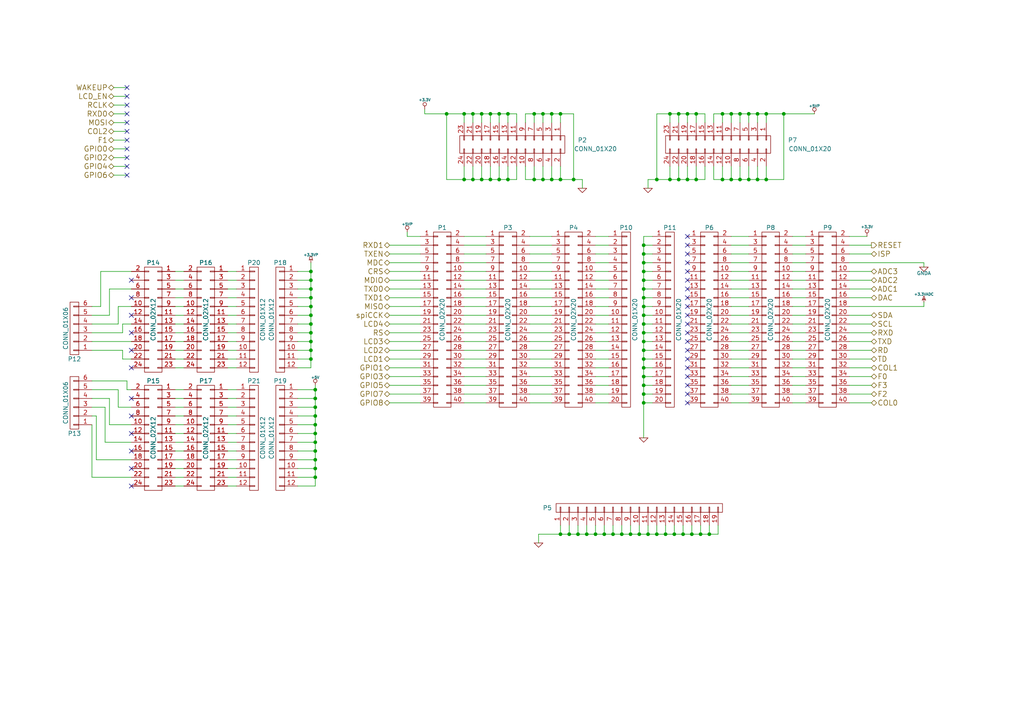
<source format=kicad_sch>
(kicad_sch (version 20250114) (generator "eeschema") (generator_version "9.0")
  (paper "A4")
  (title_block (title "Poncho Grande - Modelo - Ejemplo - Template") (date "2015-10-06") (rev "1.0") (company "Proyecto CIAA - COMPUTADORA INDUSTRIAL ABIERTA ARGENTINA") (comment 1 "https://github.com/ciaa/Ponchos/tree/master/modelos/doc") (comment 2 "Autores y Licencia del template (Diego Brengi - UNLaM)") (comment 3 "Autor del poncho (COMPLETAR NOMBRE Y APELLIDO). Ver directorio \"doc\"") (comment 4 "CÓDIGO PONCHO:"))
  (lib_symbols
    (symbol "+3.3VADC_1" (power) (pin_names (offset 0))
      (property "Value" "+3.3VADC" (at 0 2.286 0))
      (symbol "+3.3VADC_1_0_0"
        (pin power_in line (at 0 0 90) (length 0) (hide yes) (name "+3.3VADC") (number "1"))
      )
    )
    (symbol "+3.3VADC_2" (power) (pin_names (offset 0))
      (property "Value" "+3.3VADC" (at 0 2.286 0))
      (symbol "+3.3VADC_2_0_0"
        (pin power_in line (at 0 0 90) (length 0) (hide yes) (name "+3.3VADC") (number "1"))
      )
    )
    (symbol "+3.3VP_1" (power) (pin_names (offset 0))
      (property "Value" "+3.3VP" (at 0 2.286 0))
      (symbol "+3.3VP_1_0_0"
        (pin power_in line (at 0 0 90) (length 0) (hide yes) (name "+3.3VP") (number "1"))
      )
    )
    (symbol "+3.3VP_2" (power) (pin_names (offset 0))
      (property "Value" "+3.3VP" (at 0 2.286 0))
      (symbol "+3.3VP_2_0_0"
        (pin power_in line (at 0 0 90) (length 0) (hide yes) (name "+3.3VP") (number "1"))
      )
    )
    (symbol "+3.3V_1" (power) (pin_names (offset 0))
      (property "Value" "+3.3V" (at 0 2.794 0))
      (symbol "+3.3V_1_0_0"
        (pin power_in line (at 0 0 90) (length 0) (hide yes) (name "+3.3V") (number "1"))
      )
    )
    (symbol "+3.3V_2" (power) (pin_names (offset 0))
      (property "Value" "+3.3V" (at 0 2.794 0))
      (symbol "+3.3V_2_0_0"
        (pin power_in line (at 0 0 90) (length 0) (hide yes) (name "+3.3V") (number "1"))
      )
    )
    (symbol "+3.3V_3" (power) (pin_names (offset 0))
      (property "Value" "+3.3V" (at 0 2.794 0))
      (symbol "+3.3V_3_0_0"
        (pin power_in line (at 0 0 90) (length 0) (hide yes) (name "+3.3V") (number "1"))
      )
    )
    (symbol "+3.3V_4" (power) (pin_names (offset 0))
      (property "Value" "+3.3V" (at 0 2.794 0))
      (symbol "+3.3V_4_0_0"
        (pin power_in line (at 0 0 90) (length 0) (hide yes) (name "+3.3V") (number "1"))
      )
    )
    (symbol "+5VP_1" (power) (pin_names (offset 1.016))
      (property "Value" "+5VP" (at 0 2.286 0))
      (symbol "+5VP_1_0_0"
        (pin power_in line (at 0 0 90) (length 0) (hide yes) (name "+5VP") (number "1"))
      )
    )
    (symbol "+5VP_2" (power) (pin_names (offset 1.016))
      (property "Value" "+5VP" (at 0 2.286 0))
      (symbol "+5VP_2_0_0"
        (pin power_in line (at 0 0 90) (length 0) (hide yes) (name "+5VP") (number "1"))
      )
    )
    (symbol "+5VP_3" (power) (pin_names (offset 1.016))
      (property "Value" "+5VP" (at 0 2.286 0))
      (symbol "+5VP_3_0_0"
        (pin power_in line (at 0 0 90) (length 0) (hide yes) (name "+5VP") (number "1"))
      )
    )
    (symbol "+5VP_4" (power) (pin_names (offset 1.016))
      (property "Value" "+5VP" (at 0 2.286 0))
      (symbol "+5VP_4_0_0"
        (pin power_in line (at 0 0 90) (length 0) (hide yes) (name "+5VP") (number "1"))
      )
    )
    (symbol "+5V_1" (power) (pin_names (offset 1.016))
      (property "Value" "+5V" (at 0 2.286 0))
      (symbol "+5V_1_0_0"
        (pin power_in line (at 0 0 90) (length 0) (hide yes) (name "+5V") (number "1"))
      )
    )
    (symbol "+5V_2" (power) (pin_names (offset 1.016))
      (property "Value" "+5V" (at 0 2.286 0))
      (symbol "+5V_2_0_0"
        (pin power_in line (at 0 0 90) (length 0) (hide yes) (name "+5V") (number "1"))
      )
    )
    (symbol "CONN_01X06_1" (pin_names (offset 1.016) (hide yes))
      (property "Reference" "P" (at 0 8.89 0))
      (property "Value" "CONN_01X06" (at 2.54 0 90))
      (symbol "CONN_01X06_1_1_1"
        (pin passive line (at -5.08 6.35 0) (length 3.81) (name "P1") (number "1"))
        (pin passive line (at -5.08 3.81 0) (length 3.81) (name "P2") (number "2"))
        (pin passive line (at -5.08 1.27 0) (length 3.81) (name "P3") (number "3"))
        (pin passive line (at -5.08 -1.27 0) (length 3.81) (name "P4") (number "4"))
        (pin passive line (at -5.08 -3.81 0) (length 3.81) (name "P5") (number "5"))
        (pin passive line (at -5.08 -6.35 0) (length 3.81) (name "P6") (number "6"))
      )
    )
    (symbol "CONN_01X06_2" (pin_names (offset 1.016) (hide yes))
      (property "Reference" "P" (at 0 8.89 0))
      (property "Value" "CONN_01X06" (at 2.54 0 90))
      (symbol "CONN_01X06_2_1_1"
        (pin passive line (at -5.08 6.35 0) (length 3.81) (name "P1") (number "1"))
        (pin passive line (at -5.08 3.81 0) (length 3.81) (name "P2") (number "2"))
        (pin passive line (at -5.08 1.27 0) (length 3.81) (name "P3") (number "3"))
        (pin passive line (at -5.08 -1.27 0) (length 3.81) (name "P4") (number "4"))
        (pin passive line (at -5.08 -3.81 0) (length 3.81) (name "P5") (number "5"))
        (pin passive line (at -5.08 -6.35 0) (length 3.81) (name "P6") (number "6"))
      )
    )
    (symbol "CONN_01X06_3" (pin_names (offset 1.016) (hide yes))
      (property "Reference" "P" (at 0 8.89 0))
      (property "Value" "CONN_01X06" (at 2.54 0 90))
      (symbol "CONN_01X06_3_1_1"
        (pin passive line (at -5.08 6.35 0) (length 3.81) (name "P1") (number "1"))
        (pin passive line (at -5.08 3.81 0) (length 3.81) (name "P2") (number "2"))
        (pin passive line (at -5.08 1.27 0) (length 3.81) (name "P3") (number "3"))
        (pin passive line (at -5.08 -1.27 0) (length 3.81) (name "P4") (number "4"))
        (pin passive line (at -5.08 -3.81 0) (length 3.81) (name "P5") (number "5"))
        (pin passive line (at -5.08 -6.35 0) (length 3.81) (name "P6") (number "6"))
      )
    )
    (symbol "CONN_01X06_4" (pin_names (offset 1.016) (hide yes))
      (property "Reference" "P" (at 0 8.89 0))
      (property "Value" "CONN_01X06" (at 2.54 0 90))
      (symbol "CONN_01X06_4_1_1"
        (pin passive line (at -5.08 6.35 0) (length 3.81) (name "P1") (number "1"))
        (pin passive line (at -5.08 3.81 0) (length 3.81) (name "P2") (number "2"))
        (pin passive line (at -5.08 1.27 0) (length 3.81) (name "P3") (number "3"))
        (pin passive line (at -5.08 -1.27 0) (length 3.81) (name "P4") (number "4"))
        (pin passive line (at -5.08 -3.81 0) (length 3.81) (name "P5") (number "5"))
        (pin passive line (at -5.08 -6.35 0) (length 3.81) (name "P6") (number "6"))
      )
    )
    (symbol "CONN_01X12_1" (pin_names (offset 1.016) (hide yes))
      (property "Reference" "P" (at 0 16.51 0))
      (property "Value" "CONN_01X12" (at 2.54 0 90))
      (symbol "CONN_01X12_1_1_1"
        (pin passive line (at -5.08 13.97 0) (length 3.81) (name "P1") (number "1"))
        (pin passive line (at -5.08 11.43 0) (length 3.81) (name "P2") (number "2"))
        (pin passive line (at -5.08 8.89 0) (length 3.81) (name "P3") (number "3"))
        (pin passive line (at -5.08 6.35 0) (length 3.81) (name "P4") (number "4"))
        (pin passive line (at -5.08 3.81 0) (length 3.81) (name "P5") (number "5"))
        (pin passive line (at -5.08 1.27 0) (length 3.81) (name "P6") (number "6"))
        (pin passive line (at -5.08 -1.27 0) (length 3.81) (name "P7") (number "7"))
        (pin passive line (at -5.08 -3.81 0) (length 3.81) (name "P8") (number "8"))
        (pin passive line (at -5.08 -6.35 0) (length 3.81) (name "P9") (number "9"))
        (pin passive line (at -5.08 -8.89 0) (length 3.81) (name "P10") (number "10"))
        (pin passive line (at -5.08 -11.43 0) (length 3.81) (name "P11") (number "11"))
        (pin passive line (at -5.08 -13.97 0) (length 3.81) (name "P12") (number "12"))
      )
    )
    (symbol "CONN_01X12_2" (pin_names (offset 1.016) (hide yes))
      (property "Reference" "P" (at 0 16.51 0))
      (property "Value" "CONN_01X12" (at 2.54 0 90))
      (symbol "CONN_01X12_2_1_1"
        (pin passive line (at -5.08 13.97 0) (length 3.81) (name "P1") (number "1"))
        (pin passive line (at -5.08 11.43 0) (length 3.81) (name "P2") (number "2"))
        (pin passive line (at -5.08 8.89 0) (length 3.81) (name "P3") (number "3"))
        (pin passive line (at -5.08 6.35 0) (length 3.81) (name "P4") (number "4"))
        (pin passive line (at -5.08 3.81 0) (length 3.81) (name "P5") (number "5"))
        (pin passive line (at -5.08 1.27 0) (length 3.81) (name "P6") (number "6"))
        (pin passive line (at -5.08 -1.27 0) (length 3.81) (name "P7") (number "7"))
        (pin passive line (at -5.08 -3.81 0) (length 3.81) (name "P8") (number "8"))
        (pin passive line (at -5.08 -6.35 0) (length 3.81) (name "P9") (number "9"))
        (pin passive line (at -5.08 -8.89 0) (length 3.81) (name "P10") (number "10"))
        (pin passive line (at -5.08 -11.43 0) (length 3.81) (name "P11") (number "11"))
        (pin passive line (at -5.08 -13.97 0) (length 3.81) (name "P12") (number "12"))
      )
    )
    (symbol "CONN_01X12_3" (pin_names (offset 1.016) (hide yes))
      (property "Reference" "P" (at 0 16.51 0))
      (property "Value" "CONN_01X12" (at 2.54 0 90))
      (symbol "CONN_01X12_3_1_1"
        (pin passive line (at -5.08 13.97 0) (length 3.81) (name "P1") (number "1"))
        (pin passive line (at -5.08 11.43 0) (length 3.81) (name "P2") (number "2"))
        (pin passive line (at -5.08 8.89 0) (length 3.81) (name "P3") (number "3"))
        (pin passive line (at -5.08 6.35 0) (length 3.81) (name "P4") (number "4"))
        (pin passive line (at -5.08 3.81 0) (length 3.81) (name "P5") (number "5"))
        (pin passive line (at -5.08 1.27 0) (length 3.81) (name "P6") (number "6"))
        (pin passive line (at -5.08 -1.27 0) (length 3.81) (name "P7") (number "7"))
        (pin passive line (at -5.08 -3.81 0) (length 3.81) (name "P8") (number "8"))
        (pin passive line (at -5.08 -6.35 0) (length 3.81) (name "P9") (number "9"))
        (pin passive line (at -5.08 -8.89 0) (length 3.81) (name "P10") (number "10"))
        (pin passive line (at -5.08 -11.43 0) (length 3.81) (name "P11") (number "11"))
        (pin passive line (at -5.08 -13.97 0) (length 3.81) (name "P12") (number "12"))
      )
    )
    (symbol "CONN_01X12_4" (pin_names (offset 1.016) (hide yes))
      (property "Reference" "P" (at 0 16.51 0))
      (property "Value" "CONN_01X12" (at 2.54 0 90))
      (symbol "CONN_01X12_4_1_1"
        (pin passive line (at -5.08 13.97 0) (length 3.81) (name "P1") (number "1"))
        (pin passive line (at -5.08 11.43 0) (length 3.81) (name "P2") (number "2"))
        (pin passive line (at -5.08 8.89 0) (length 3.81) (name "P3") (number "3"))
        (pin passive line (at -5.08 6.35 0) (length 3.81) (name "P4") (number "4"))
        (pin passive line (at -5.08 3.81 0) (length 3.81) (name "P5") (number "5"))
        (pin passive line (at -5.08 1.27 0) (length 3.81) (name "P6") (number "6"))
        (pin passive line (at -5.08 -1.27 0) (length 3.81) (name "P7") (number "7"))
        (pin passive line (at -5.08 -3.81 0) (length 3.81) (name "P8") (number "8"))
        (pin passive line (at -5.08 -6.35 0) (length 3.81) (name "P9") (number "9"))
        (pin passive line (at -5.08 -8.89 0) (length 3.81) (name "P10") (number "10"))
        (pin passive line (at -5.08 -11.43 0) (length 3.81) (name "P11") (number "11"))
        (pin passive line (at -5.08 -13.97 0) (length 3.81) (name "P12") (number "12"))
      )
    )
    (symbol "CONN_01X12_5" (pin_names (offset 1.016) (hide yes))
      (property "Reference" "P" (at 0 16.51 0))
      (property "Value" "CONN_01X12" (at 2.54 0 90))
      (symbol "CONN_01X12_5_1_1"
        (pin passive line (at -5.08 13.97 0) (length 3.81) (name "P1") (number "1"))
        (pin passive line (at -5.08 11.43 0) (length 3.81) (name "P2") (number "2"))
        (pin passive line (at -5.08 8.89 0) (length 3.81) (name "P3") (number "3"))
        (pin passive line (at -5.08 6.35 0) (length 3.81) (name "P4") (number "4"))
        (pin passive line (at -5.08 3.81 0) (length 3.81) (name "P5") (number "5"))
        (pin passive line (at -5.08 1.27 0) (length 3.81) (name "P6") (number "6"))
        (pin passive line (at -5.08 -1.27 0) (length 3.81) (name "P7") (number "7"))
        (pin passive line (at -5.08 -3.81 0) (length 3.81) (name "P8") (number "8"))
        (pin passive line (at -5.08 -6.35 0) (length 3.81) (name "P9") (number "9"))
        (pin passive line (at -5.08 -8.89 0) (length 3.81) (name "P10") (number "10"))
        (pin passive line (at -5.08 -11.43 0) (length 3.81) (name "P11") (number "11"))
        (pin passive line (at -5.08 -13.97 0) (length 3.81) (name "P12") (number "12"))
      )
    )
    (symbol "CONN_01X12_6" (pin_names (offset 1.016) (hide yes))
      (property "Reference" "P" (at 0 16.51 0))
      (property "Value" "CONN_01X12" (at 2.54 0 90))
      (symbol "CONN_01X12_6_1_1"
        (pin passive line (at -5.08 13.97 0) (length 3.81) (name "P1") (number "1"))
        (pin passive line (at -5.08 11.43 0) (length 3.81) (name "P2") (number "2"))
        (pin passive line (at -5.08 8.89 0) (length 3.81) (name "P3") (number "3"))
        (pin passive line (at -5.08 6.35 0) (length 3.81) (name "P4") (number "4"))
        (pin passive line (at -5.08 3.81 0) (length 3.81) (name "P5") (number "5"))
        (pin passive line (at -5.08 1.27 0) (length 3.81) (name "P6") (number "6"))
        (pin passive line (at -5.08 -1.27 0) (length 3.81) (name "P7") (number "7"))
        (pin passive line (at -5.08 -3.81 0) (length 3.81) (name "P8") (number "8"))
        (pin passive line (at -5.08 -6.35 0) (length 3.81) (name "P9") (number "9"))
        (pin passive line (at -5.08 -8.89 0) (length 3.81) (name "P10") (number "10"))
        (pin passive line (at -5.08 -11.43 0) (length 3.81) (name "P11") (number "11"))
        (pin passive line (at -5.08 -13.97 0) (length 3.81) (name "P12") (number "12"))
      )
    )
    (symbol "CONN_01X12_7" (pin_names (offset 1.016) (hide yes))
      (property "Reference" "P" (at 0 16.51 0))
      (property "Value" "CONN_01X12" (at 2.54 0 90))
      (symbol "CONN_01X12_7_1_1"
        (pin passive line (at -5.08 13.97 0) (length 3.81) (name "P1") (number "1"))
        (pin passive line (at -5.08 11.43 0) (length 3.81) (name "P2") (number "2"))
        (pin passive line (at -5.08 8.89 0) (length 3.81) (name "P3") (number "3"))
        (pin passive line (at -5.08 6.35 0) (length 3.81) (name "P4") (number "4"))
        (pin passive line (at -5.08 3.81 0) (length 3.81) (name "P5") (number "5"))
        (pin passive line (at -5.08 1.27 0) (length 3.81) (name "P6") (number "6"))
        (pin passive line (at -5.08 -1.27 0) (length 3.81) (name "P7") (number "7"))
        (pin passive line (at -5.08 -3.81 0) (length 3.81) (name "P8") (number "8"))
        (pin passive line (at -5.08 -6.35 0) (length 3.81) (name "P9") (number "9"))
        (pin passive line (at -5.08 -8.89 0) (length 3.81) (name "P10") (number "10"))
        (pin passive line (at -5.08 -11.43 0) (length 3.81) (name "P11") (number "11"))
        (pin passive line (at -5.08 -13.97 0) (length 3.81) (name "P12") (number "12"))
      )
    )
    (symbol "CONN_01X12_8" (pin_names (offset 1.016) (hide yes))
      (property "Reference" "P" (at 0 16.51 0))
      (property "Value" "CONN_01X12" (at 2.54 0 90))
      (symbol "CONN_01X12_8_1_1"
        (pin passive line (at -5.08 13.97 0) (length 3.81) (name "P1") (number "1"))
        (pin passive line (at -5.08 11.43 0) (length 3.81) (name "P2") (number "2"))
        (pin passive line (at -5.08 8.89 0) (length 3.81) (name "P3") (number "3"))
        (pin passive line (at -5.08 6.35 0) (length 3.81) (name "P4") (number "4"))
        (pin passive line (at -5.08 3.81 0) (length 3.81) (name "P5") (number "5"))
        (pin passive line (at -5.08 1.27 0) (length 3.81) (name "P6") (number "6"))
        (pin passive line (at -5.08 -1.27 0) (length 3.81) (name "P7") (number "7"))
        (pin passive line (at -5.08 -3.81 0) (length 3.81) (name "P8") (number "8"))
        (pin passive line (at -5.08 -6.35 0) (length 3.81) (name "P9") (number "9"))
        (pin passive line (at -5.08 -8.89 0) (length 3.81) (name "P10") (number "10"))
        (pin passive line (at -5.08 -11.43 0) (length 3.81) (name "P11") (number "11"))
        (pin passive line (at -5.08 -13.97 0) (length 3.81) (name "P12") (number "12"))
      )
    )
    (symbol "CONN_01X19_1" (pin_names (offset 1.016) (hide yes))
      (property "Reference" "P" (at 0 25.4 0))
      (property "Value" "CONN_01X19" (at 2.54 0 90))
      (symbol "CONN_01X19_1_1_1"
        (pin passive line (at -5.08 22.86 0) (length 3.81) (name "P1") (number "1"))
        (pin passive line (at -5.08 20.32 0) (length 3.81) (name "P2") (number "2"))
        (pin passive line (at -5.08 17.78 0) (length 3.81) (name "P3") (number "3"))
        (pin passive line (at -5.08 15.24 0) (length 3.81) (name "P4") (number "4"))
        (pin passive line (at -5.08 12.7 0) (length 3.81) (name "P5") (number "5"))
        (pin passive line (at -5.08 10.16 0) (length 3.81) (name "P6") (number "6"))
        (pin passive line (at -5.08 7.62 0) (length 3.81) (name "P7") (number "7"))
        (pin passive line (at -5.08 5.08 0) (length 3.81) (name "P8") (number "8"))
        (pin passive line (at -5.08 2.54 0) (length 3.81) (name "P9") (number "9"))
        (pin passive line (at -5.08 0 0) (length 3.81) (name "P10") (number "10"))
        (pin passive line (at -5.08 -2.54 0) (length 3.81) (name "P11") (number "11"))
        (pin passive line (at -5.08 -5.08 0) (length 3.81) (name "P12") (number "12"))
        (pin passive line (at -5.08 -7.62 0) (length 3.81) (name "P13") (number "13"))
        (pin passive line (at -5.08 -10.16 0) (length 3.81) (name "P14") (number "14"))
        (pin passive line (at -5.08 -12.7 0) (length 3.81) (name "P15") (number "15"))
        (pin passive line (at -5.08 -15.24 0) (length 3.81) (name "P16") (number "16"))
        (pin passive line (at -5.08 -17.78 0) (length 3.81) (name "P17") (number "17"))
        (pin passive line (at -5.08 -20.32 0) (length 3.81) (name "P18") (number "18"))
        (pin passive line (at -5.08 -22.86 0) (length 3.81) (name "P19") (number "19"))
      )
    )
    (symbol "CONN_01X19_2" (pin_names (offset 1.016) (hide yes))
      (property "Reference" "P" (at 0 25.4 0))
      (property "Value" "CONN_01X19" (at 2.54 0 90))
      (symbol "CONN_01X19_2_1_1"
        (pin passive line (at -5.08 22.86 0) (length 3.81) (name "P1") (number "1"))
        (pin passive line (at -5.08 20.32 0) (length 3.81) (name "P2") (number "2"))
        (pin passive line (at -5.08 17.78 0) (length 3.81) (name "P3") (number "3"))
        (pin passive line (at -5.08 15.24 0) (length 3.81) (name "P4") (number "4"))
        (pin passive line (at -5.08 12.7 0) (length 3.81) (name "P5") (number "5"))
        (pin passive line (at -5.08 10.16 0) (length 3.81) (name "P6") (number "6"))
        (pin passive line (at -5.08 7.62 0) (length 3.81) (name "P7") (number "7"))
        (pin passive line (at -5.08 5.08 0) (length 3.81) (name "P8") (number "8"))
        (pin passive line (at -5.08 2.54 0) (length 3.81) (name "P9") (number "9"))
        (pin passive line (at -5.08 0 0) (length 3.81) (name "P10") (number "10"))
        (pin passive line (at -5.08 -2.54 0) (length 3.81) (name "P11") (number "11"))
        (pin passive line (at -5.08 -5.08 0) (length 3.81) (name "P12") (number "12"))
        (pin passive line (at -5.08 -7.62 0) (length 3.81) (name "P13") (number "13"))
        (pin passive line (at -5.08 -10.16 0) (length 3.81) (name "P14") (number "14"))
        (pin passive line (at -5.08 -12.7 0) (length 3.81) (name "P15") (number "15"))
        (pin passive line (at -5.08 -15.24 0) (length 3.81) (name "P16") (number "16"))
        (pin passive line (at -5.08 -17.78 0) (length 3.81) (name "P17") (number "17"))
        (pin passive line (at -5.08 -20.32 0) (length 3.81) (name "P18") (number "18"))
        (pin passive line (at -5.08 -22.86 0) (length 3.81) (name "P19") (number "19"))
      )
    )
    (symbol "CONN_01X20_1" (pin_names (offset 1.016) (hide yes))
      (property "Reference" "P" (at 0 26.67 0))
      (property "Value" "CONN_01X20" (at 2.54 0 90))
      (symbol "CONN_01X20_1_1_1"
        (pin passive line (at -5.08 24.13 0) (length 3.81) (name "P1") (number "1"))
        (pin passive line (at -5.08 21.59 0) (length 3.81) (name "P2") (number "2"))
        (pin passive line (at -5.08 19.05 0) (length 3.81) (name "P3") (number "3"))
        (pin passive line (at -5.08 16.51 0) (length 3.81) (name "P4") (number "4"))
        (pin passive line (at -5.08 13.97 0) (length 3.81) (name "P5") (number "5"))
        (pin passive line (at -5.08 11.43 0) (length 3.81) (name "P6") (number "6"))
        (pin passive line (at -5.08 8.89 0) (length 3.81) (name "P7") (number "7"))
        (pin passive line (at -5.08 6.35 0) (length 3.81) (name "P8") (number "8"))
        (pin passive line (at -5.08 3.81 0) (length 3.81) (name "P9") (number "9"))
        (pin passive line (at -5.08 1.27 0) (length 3.81) (name "P10") (number "10"))
        (pin passive line (at -5.08 -1.27 0) (length 3.81) (name "P11") (number "11"))
        (pin passive line (at -5.08 -3.81 0) (length 3.81) (name "P12") (number "12"))
        (pin passive line (at -5.08 -6.35 0) (length 3.81) (name "P13") (number "13"))
        (pin passive line (at -5.08 -8.89 0) (length 3.81) (name "P14") (number "14"))
        (pin passive line (at -5.08 -11.43 0) (length 3.81) (name "P15") (number "15"))
        (pin passive line (at -5.08 -13.97 0) (length 3.81) (name "P16") (number "16"))
        (pin passive line (at -5.08 -16.51 0) (length 3.81) (name "P17") (number "17"))
        (pin passive line (at -5.08 -19.05 0) (length 3.81) (name "P18") (number "18"))
        (pin passive line (at -5.08 -21.59 0) (length 3.81) (name "P19") (number "19"))
        (pin passive line (at -5.08 -24.13 0) (length 3.81) (name "P20") (number "20"))
      )
    )
    (symbol "CONN_01X20_2" (pin_names (offset 1.016) (hide yes))
      (property "Reference" "P" (at 0 26.67 0))
      (property "Value" "CONN_01X20" (at 2.54 0 90))
      (symbol "CONN_01X20_2_1_1"
        (pin passive line (at -5.08 24.13 0) (length 3.81) (name "P1") (number "1"))
        (pin passive line (at -5.08 21.59 0) (length 3.81) (name "P2") (number "2"))
        (pin passive line (at -5.08 19.05 0) (length 3.81) (name "P3") (number "3"))
        (pin passive line (at -5.08 16.51 0) (length 3.81) (name "P4") (number "4"))
        (pin passive line (at -5.08 13.97 0) (length 3.81) (name "P5") (number "5"))
        (pin passive line (at -5.08 11.43 0) (length 3.81) (name "P6") (number "6"))
        (pin passive line (at -5.08 8.89 0) (length 3.81) (name "P7") (number "7"))
        (pin passive line (at -5.08 6.35 0) (length 3.81) (name "P8") (number "8"))
        (pin passive line (at -5.08 3.81 0) (length 3.81) (name "P9") (number "9"))
        (pin passive line (at -5.08 1.27 0) (length 3.81) (name "P10") (number "10"))
        (pin passive line (at -5.08 -1.27 0) (length 3.81) (name "P11") (number "11"))
        (pin passive line (at -5.08 -3.81 0) (length 3.81) (name "P12") (number "12"))
        (pin passive line (at -5.08 -6.35 0) (length 3.81) (name "P13") (number "13"))
        (pin passive line (at -5.08 -8.89 0) (length 3.81) (name "P14") (number "14"))
        (pin passive line (at -5.08 -11.43 0) (length 3.81) (name "P15") (number "15"))
        (pin passive line (at -5.08 -13.97 0) (length 3.81) (name "P16") (number "16"))
        (pin passive line (at -5.08 -16.51 0) (length 3.81) (name "P17") (number "17"))
        (pin passive line (at -5.08 -19.05 0) (length 3.81) (name "P18") (number "18"))
        (pin passive line (at -5.08 -21.59 0) (length 3.81) (name "P19") (number "19"))
        (pin passive line (at -5.08 -24.13 0) (length 3.81) (name "P20") (number "20"))
      )
    )
    (symbol "CONN_01X20_3" (pin_names (offset 1.016) (hide yes))
      (property "Reference" "P" (at 0 26.67 0))
      (property "Value" "CONN_01X20" (at 2.54 0 90))
      (symbol "CONN_01X20_3_1_1"
        (pin passive line (at -5.08 24.13 0) (length 3.81) (name "P1") (number "1"))
        (pin passive line (at -5.08 21.59 0) (length 3.81) (name "P2") (number "2"))
        (pin passive line (at -5.08 19.05 0) (length 3.81) (name "P3") (number "3"))
        (pin passive line (at -5.08 16.51 0) (length 3.81) (name "P4") (number "4"))
        (pin passive line (at -5.08 13.97 0) (length 3.81) (name "P5") (number "5"))
        (pin passive line (at -5.08 11.43 0) (length 3.81) (name "P6") (number "6"))
        (pin passive line (at -5.08 8.89 0) (length 3.81) (name "P7") (number "7"))
        (pin passive line (at -5.08 6.35 0) (length 3.81) (name "P8") (number "8"))
        (pin passive line (at -5.08 3.81 0) (length 3.81) (name "P9") (number "9"))
        (pin passive line (at -5.08 1.27 0) (length 3.81) (name "P10") (number "10"))
        (pin passive line (at -5.08 -1.27 0) (length 3.81) (name "P11") (number "11"))
        (pin passive line (at -5.08 -3.81 0) (length 3.81) (name "P12") (number "12"))
        (pin passive line (at -5.08 -6.35 0) (length 3.81) (name "P13") (number "13"))
        (pin passive line (at -5.08 -8.89 0) (length 3.81) (name "P14") (number "14"))
        (pin passive line (at -5.08 -11.43 0) (length 3.81) (name "P15") (number "15"))
        (pin passive line (at -5.08 -13.97 0) (length 3.81) (name "P16") (number "16"))
        (pin passive line (at -5.08 -16.51 0) (length 3.81) (name "P17") (number "17"))
        (pin passive line (at -5.08 -19.05 0) (length 3.81) (name "P18") (number "18"))
        (pin passive line (at -5.08 -21.59 0) (length 3.81) (name "P19") (number "19"))
        (pin passive line (at -5.08 -24.13 0) (length 3.81) (name "P20") (number "20"))
      )
    )
    (symbol "CONN_01X20_4" (pin_names (offset 1.016) (hide yes))
      (property "Reference" "P" (at 0 26.67 0))
      (property "Value" "CONN_01X20" (at 2.54 0 90))
      (symbol "CONN_01X20_4_1_1"
        (pin passive line (at -5.08 24.13 0) (length 3.81) (name "P1") (number "1"))
        (pin passive line (at -5.08 21.59 0) (length 3.81) (name "P2") (number "2"))
        (pin passive line (at -5.08 19.05 0) (length 3.81) (name "P3") (number "3"))
        (pin passive line (at -5.08 16.51 0) (length 3.81) (name "P4") (number "4"))
        (pin passive line (at -5.08 13.97 0) (length 3.81) (name "P5") (number "5"))
        (pin passive line (at -5.08 11.43 0) (length 3.81) (name "P6") (number "6"))
        (pin passive line (at -5.08 8.89 0) (length 3.81) (name "P7") (number "7"))
        (pin passive line (at -5.08 6.35 0) (length 3.81) (name "P8") (number "8"))
        (pin passive line (at -5.08 3.81 0) (length 3.81) (name "P9") (number "9"))
        (pin passive line (at -5.08 1.27 0) (length 3.81) (name "P10") (number "10"))
        (pin passive line (at -5.08 -1.27 0) (length 3.81) (name "P11") (number "11"))
        (pin passive line (at -5.08 -3.81 0) (length 3.81) (name "P12") (number "12"))
        (pin passive line (at -5.08 -6.35 0) (length 3.81) (name "P13") (number "13"))
        (pin passive line (at -5.08 -8.89 0) (length 3.81) (name "P14") (number "14"))
        (pin passive line (at -5.08 -11.43 0) (length 3.81) (name "P15") (number "15"))
        (pin passive line (at -5.08 -13.97 0) (length 3.81) (name "P16") (number "16"))
        (pin passive line (at -5.08 -16.51 0) (length 3.81) (name "P17") (number "17"))
        (pin passive line (at -5.08 -19.05 0) (length 3.81) (name "P18") (number "18"))
        (pin passive line (at -5.08 -21.59 0) (length 3.81) (name "P19") (number "19"))
        (pin passive line (at -5.08 -24.13 0) (length 3.81) (name "P20") (number "20"))
      )
    )
    (symbol "CONN_02X12_1" (pin_names (offset 0.0254) (hide yes))
      (property "Reference" "P" (at 0 16.51 0))
      (property "Value" "CONN_02X12" (at 0 0 90))
      (symbol "CONN_02X12_1_1_1"
        (pin passive line (at -6.35 13.97 0) (length 3.81) (name "P1") (number "1"))
        (pin passive line (at -6.35 11.43 0) (length 3.81) (name "P3") (number "3"))
        (pin passive line (at -6.35 8.89 0) (length 3.81) (name "P5") (number "5"))
        (pin passive line (at -6.35 6.35 0) (length 3.81) (name "P7") (number "7"))
        (pin passive line (at -6.35 3.81 0) (length 3.81) (name "P9") (number "9"))
        (pin passive line (at -6.35 1.27 0) (length 3.81) (name "P11") (number "11"))
        (pin passive line (at -6.35 -1.27 0) (length 3.81) (name "P13") (number "13"))
        (pin passive line (at -6.35 -3.81 0) (length 3.81) (name "P15") (number "15"))
        (pin passive line (at -6.35 -6.35 0) (length 3.81) (name "P17") (number "17"))
        (pin passive line (at -6.35 -8.89 0) (length 3.81) (name "P19") (number "19"))
        (pin passive line (at -6.35 -11.43 0) (length 3.81) (name "P21") (number "21"))
        (pin passive line (at -6.35 -13.97 0) (length 3.81) (name "P23") (number "23"))
        (pin passive line (at 6.35 13.97 180) (length 3.81) (name "P2") (number "2"))
        (pin passive line (at 6.35 11.43 180) (length 3.81) (name "P4") (number "4"))
        (pin passive line (at 6.35 8.89 180) (length 3.81) (name "P6") (number "6"))
        (pin passive line (at 6.35 6.35 180) (length 3.81) (name "P8") (number "8"))
        (pin passive line (at 6.35 3.81 180) (length 3.81) (name "P10") (number "10"))
        (pin passive line (at 6.35 1.27 180) (length 3.81) (name "P12") (number "12"))
        (pin passive line (at 6.35 -1.27 180) (length 3.81) (name "P14") (number "14"))
        (pin passive line (at 6.35 -3.81 180) (length 3.81) (name "P16") (number "16"))
        (pin passive line (at 6.35 -6.35 180) (length 3.81) (name "P18") (number "18"))
        (pin passive line (at 6.35 -8.89 180) (length 3.81) (name "P20") (number "20"))
        (pin passive line (at 6.35 -11.43 180) (length 3.81) (name "P22") (number "22"))
        (pin passive line (at 6.35 -13.97 180) (length 3.81) (name "P24") (number "24"))
      )
    )
    (symbol "CONN_02X12_10" (pin_names (offset 0.0254) (hide yes))
      (property "Reference" "P" (at 0 16.51 0))
      (property "Value" "CONN_02X12" (at 0 0 90))
      (symbol "CONN_02X12_10_1_1"
        (pin passive line (at -6.35 13.97 0) (length 3.81) (name "P1") (number "1"))
        (pin passive line (at -6.35 11.43 0) (length 3.81) (name "P3") (number "3"))
        (pin passive line (at -6.35 8.89 0) (length 3.81) (name "P5") (number "5"))
        (pin passive line (at -6.35 6.35 0) (length 3.81) (name "P7") (number "7"))
        (pin passive line (at -6.35 3.81 0) (length 3.81) (name "P9") (number "9"))
        (pin passive line (at -6.35 1.27 0) (length 3.81) (name "P11") (number "11"))
        (pin passive line (at -6.35 -1.27 0) (length 3.81) (name "P13") (number "13"))
        (pin passive line (at -6.35 -3.81 0) (length 3.81) (name "P15") (number "15"))
        (pin passive line (at -6.35 -6.35 0) (length 3.81) (name "P17") (number "17"))
        (pin passive line (at -6.35 -8.89 0) (length 3.81) (name "P19") (number "19"))
        (pin passive line (at -6.35 -11.43 0) (length 3.81) (name "P21") (number "21"))
        (pin passive line (at -6.35 -13.97 0) (length 3.81) (name "P23") (number "23"))
        (pin passive line (at 6.35 13.97 180) (length 3.81) (name "P2") (number "2"))
        (pin passive line (at 6.35 11.43 180) (length 3.81) (name "P4") (number "4"))
        (pin passive line (at 6.35 8.89 180) (length 3.81) (name "P6") (number "6"))
        (pin passive line (at 6.35 6.35 180) (length 3.81) (name "P8") (number "8"))
        (pin passive line (at 6.35 3.81 180) (length 3.81) (name "P10") (number "10"))
        (pin passive line (at 6.35 1.27 180) (length 3.81) (name "P12") (number "12"))
        (pin passive line (at 6.35 -1.27 180) (length 3.81) (name "P14") (number "14"))
        (pin passive line (at 6.35 -3.81 180) (length 3.81) (name "P16") (number "16"))
        (pin passive line (at 6.35 -6.35 180) (length 3.81) (name "P18") (number "18"))
        (pin passive line (at 6.35 -8.89 180) (length 3.81) (name "P20") (number "20"))
        (pin passive line (at 6.35 -11.43 180) (length 3.81) (name "P22") (number "22"))
        (pin passive line (at 6.35 -13.97 180) (length 3.81) (name "P24") (number "24"))
      )
    )
    (symbol "CONN_02X12_11" (pin_names (offset 0.0254) (hide yes))
      (property "Reference" "P" (at 0 16.51 0))
      (property "Value" "CONN_02X12" (at 0 0 90))
      (symbol "CONN_02X12_11_1_1"
        (pin passive line (at -6.35 13.97 0) (length 3.81) (name "P1") (number "1"))
        (pin passive line (at -6.35 11.43 0) (length 3.81) (name "P3") (number "3"))
        (pin passive line (at -6.35 8.89 0) (length 3.81) (name "P5") (number "5"))
        (pin passive line (at -6.35 6.35 0) (length 3.81) (name "P7") (number "7"))
        (pin passive line (at -6.35 3.81 0) (length 3.81) (name "P9") (number "9"))
        (pin passive line (at -6.35 1.27 0) (length 3.81) (name "P11") (number "11"))
        (pin passive line (at -6.35 -1.27 0) (length 3.81) (name "P13") (number "13"))
        (pin passive line (at -6.35 -3.81 0) (length 3.81) (name "P15") (number "15"))
        (pin passive line (at -6.35 -6.35 0) (length 3.81) (name "P17") (number "17"))
        (pin passive line (at -6.35 -8.89 0) (length 3.81) (name "P19") (number "19"))
        (pin passive line (at -6.35 -11.43 0) (length 3.81) (name "P21") (number "21"))
        (pin passive line (at -6.35 -13.97 0) (length 3.81) (name "P23") (number "23"))
        (pin passive line (at 6.35 13.97 180) (length 3.81) (name "P2") (number "2"))
        (pin passive line (at 6.35 11.43 180) (length 3.81) (name "P4") (number "4"))
        (pin passive line (at 6.35 8.89 180) (length 3.81) (name "P6") (number "6"))
        (pin passive line (at 6.35 6.35 180) (length 3.81) (name "P8") (number "8"))
        (pin passive line (at 6.35 3.81 180) (length 3.81) (name "P10") (number "10"))
        (pin passive line (at 6.35 1.27 180) (length 3.81) (name "P12") (number "12"))
        (pin passive line (at 6.35 -1.27 180) (length 3.81) (name "P14") (number "14"))
        (pin passive line (at 6.35 -3.81 180) (length 3.81) (name "P16") (number "16"))
        (pin passive line (at 6.35 -6.35 180) (length 3.81) (name "P18") (number "18"))
        (pin passive line (at 6.35 -8.89 180) (length 3.81) (name "P20") (number "20"))
        (pin passive line (at 6.35 -11.43 180) (length 3.81) (name "P22") (number "22"))
        (pin passive line (at 6.35 -13.97 180) (length 3.81) (name "P24") (number "24"))
      )
    )
    (symbol "CONN_02X12_12" (pin_names (offset 0.0254) (hide yes))
      (property "Reference" "P" (at 0 16.51 0))
      (property "Value" "CONN_02X12" (at 0 0 90))
      (symbol "CONN_02X12_12_1_1"
        (pin passive line (at -6.35 13.97 0) (length 3.81) (name "P1") (number "1"))
        (pin passive line (at -6.35 11.43 0) (length 3.81) (name "P3") (number "3"))
        (pin passive line (at -6.35 8.89 0) (length 3.81) (name "P5") (number "5"))
        (pin passive line (at -6.35 6.35 0) (length 3.81) (name "P7") (number "7"))
        (pin passive line (at -6.35 3.81 0) (length 3.81) (name "P9") (number "9"))
        (pin passive line (at -6.35 1.27 0) (length 3.81) (name "P11") (number "11"))
        (pin passive line (at -6.35 -1.27 0) (length 3.81) (name "P13") (number "13"))
        (pin passive line (at -6.35 -3.81 0) (length 3.81) (name "P15") (number "15"))
        (pin passive line (at -6.35 -6.35 0) (length 3.81) (name "P17") (number "17"))
        (pin passive line (at -6.35 -8.89 0) (length 3.81) (name "P19") (number "19"))
        (pin passive line (at -6.35 -11.43 0) (length 3.81) (name "P21") (number "21"))
        (pin passive line (at -6.35 -13.97 0) (length 3.81) (name "P23") (number "23"))
        (pin passive line (at 6.35 13.97 180) (length 3.81) (name "P2") (number "2"))
        (pin passive line (at 6.35 11.43 180) (length 3.81) (name "P4") (number "4"))
        (pin passive line (at 6.35 8.89 180) (length 3.81) (name "P6") (number "6"))
        (pin passive line (at 6.35 6.35 180) (length 3.81) (name "P8") (number "8"))
        (pin passive line (at 6.35 3.81 180) (length 3.81) (name "P10") (number "10"))
        (pin passive line (at 6.35 1.27 180) (length 3.81) (name "P12") (number "12"))
        (pin passive line (at 6.35 -1.27 180) (length 3.81) (name "P14") (number "14"))
        (pin passive line (at 6.35 -3.81 180) (length 3.81) (name "P16") (number "16"))
        (pin passive line (at 6.35 -6.35 180) (length 3.81) (name "P18") (number "18"))
        (pin passive line (at 6.35 -8.89 180) (length 3.81) (name "P20") (number "20"))
        (pin passive line (at 6.35 -11.43 180) (length 3.81) (name "P22") (number "22"))
        (pin passive line (at 6.35 -13.97 180) (length 3.81) (name "P24") (number "24"))
      )
    )
    (symbol "CONN_02X12_2" (pin_names (offset 0.0254) (hide yes))
      (property "Reference" "P" (at 0 16.51 0))
      (property "Value" "CONN_02X12" (at 0 0 90))
      (symbol "CONN_02X12_2_1_1"
        (pin passive line (at -6.35 13.97 0) (length 3.81) (name "P1") (number "1"))
        (pin passive line (at -6.35 11.43 0) (length 3.81) (name "P3") (number "3"))
        (pin passive line (at -6.35 8.89 0) (length 3.81) (name "P5") (number "5"))
        (pin passive line (at -6.35 6.35 0) (length 3.81) (name "P7") (number "7"))
        (pin passive line (at -6.35 3.81 0) (length 3.81) (name "P9") (number "9"))
        (pin passive line (at -6.35 1.27 0) (length 3.81) (name "P11") (number "11"))
        (pin passive line (at -6.35 -1.27 0) (length 3.81) (name "P13") (number "13"))
        (pin passive line (at -6.35 -3.81 0) (length 3.81) (name "P15") (number "15"))
        (pin passive line (at -6.35 -6.35 0) (length 3.81) (name "P17") (number "17"))
        (pin passive line (at -6.35 -8.89 0) (length 3.81) (name "P19") (number "19"))
        (pin passive line (at -6.35 -11.43 0) (length 3.81) (name "P21") (number "21"))
        (pin passive line (at -6.35 -13.97 0) (length 3.81) (name "P23") (number "23"))
        (pin passive line (at 6.35 13.97 180) (length 3.81) (name "P2") (number "2"))
        (pin passive line (at 6.35 11.43 180) (length 3.81) (name "P4") (number "4"))
        (pin passive line (at 6.35 8.89 180) (length 3.81) (name "P6") (number "6"))
        (pin passive line (at 6.35 6.35 180) (length 3.81) (name "P8") (number "8"))
        (pin passive line (at 6.35 3.81 180) (length 3.81) (name "P10") (number "10"))
        (pin passive line (at 6.35 1.27 180) (length 3.81) (name "P12") (number "12"))
        (pin passive line (at 6.35 -1.27 180) (length 3.81) (name "P14") (number "14"))
        (pin passive line (at 6.35 -3.81 180) (length 3.81) (name "P16") (number "16"))
        (pin passive line (at 6.35 -6.35 180) (length 3.81) (name "P18") (number "18"))
        (pin passive line (at 6.35 -8.89 180) (length 3.81) (name "P20") (number "20"))
        (pin passive line (at 6.35 -11.43 180) (length 3.81) (name "P22") (number "22"))
        (pin passive line (at 6.35 -13.97 180) (length 3.81) (name "P24") (number "24"))
      )
    )
    (symbol "CONN_02X12_3" (pin_names (offset 0.0254) (hide yes))
      (property "Reference" "P" (at 0 16.51 0))
      (property "Value" "CONN_02X12" (at 0 0 90))
      (symbol "CONN_02X12_3_1_1"
        (pin passive line (at -6.35 13.97 0) (length 3.81) (name "P1") (number "1"))
        (pin passive line (at -6.35 11.43 0) (length 3.81) (name "P3") (number "3"))
        (pin passive line (at -6.35 8.89 0) (length 3.81) (name "P5") (number "5"))
        (pin passive line (at -6.35 6.35 0) (length 3.81) (name "P7") (number "7"))
        (pin passive line (at -6.35 3.81 0) (length 3.81) (name "P9") (number "9"))
        (pin passive line (at -6.35 1.27 0) (length 3.81) (name "P11") (number "11"))
        (pin passive line (at -6.35 -1.27 0) (length 3.81) (name "P13") (number "13"))
        (pin passive line (at -6.35 -3.81 0) (length 3.81) (name "P15") (number "15"))
        (pin passive line (at -6.35 -6.35 0) (length 3.81) (name "P17") (number "17"))
        (pin passive line (at -6.35 -8.89 0) (length 3.81) (name "P19") (number "19"))
        (pin passive line (at -6.35 -11.43 0) (length 3.81) (name "P21") (number "21"))
        (pin passive line (at -6.35 -13.97 0) (length 3.81) (name "P23") (number "23"))
        (pin passive line (at 6.35 13.97 180) (length 3.81) (name "P2") (number "2"))
        (pin passive line (at 6.35 11.43 180) (length 3.81) (name "P4") (number "4"))
        (pin passive line (at 6.35 8.89 180) (length 3.81) (name "P6") (number "6"))
        (pin passive line (at 6.35 6.35 180) (length 3.81) (name "P8") (number "8"))
        (pin passive line (at 6.35 3.81 180) (length 3.81) (name "P10") (number "10"))
        (pin passive line (at 6.35 1.27 180) (length 3.81) (name "P12") (number "12"))
        (pin passive line (at 6.35 -1.27 180) (length 3.81) (name "P14") (number "14"))
        (pin passive line (at 6.35 -3.81 180) (length 3.81) (name "P16") (number "16"))
        (pin passive line (at 6.35 -6.35 180) (length 3.81) (name "P18") (number "18"))
        (pin passive line (at 6.35 -8.89 180) (length 3.81) (name "P20") (number "20"))
        (pin passive line (at 6.35 -11.43 180) (length 3.81) (name "P22") (number "22"))
        (pin passive line (at 6.35 -13.97 180) (length 3.81) (name "P24") (number "24"))
      )
    )
    (symbol "CONN_02X12_4" (pin_names (offset 0.0254) (hide yes))
      (property "Reference" "P" (at 0 16.51 0))
      (property "Value" "CONN_02X12" (at 0 0 90))
      (symbol "CONN_02X12_4_1_1"
        (pin passive line (at -6.35 13.97 0) (length 3.81) (name "P1") (number "1"))
        (pin passive line (at -6.35 11.43 0) (length 3.81) (name "P3") (number "3"))
        (pin passive line (at -6.35 8.89 0) (length 3.81) (name "P5") (number "5"))
        (pin passive line (at -6.35 6.35 0) (length 3.81) (name "P7") (number "7"))
        (pin passive line (at -6.35 3.81 0) (length 3.81) (name "P9") (number "9"))
        (pin passive line (at -6.35 1.27 0) (length 3.81) (name "P11") (number "11"))
        (pin passive line (at -6.35 -1.27 0) (length 3.81) (name "P13") (number "13"))
        (pin passive line (at -6.35 -3.81 0) (length 3.81) (name "P15") (number "15"))
        (pin passive line (at -6.35 -6.35 0) (length 3.81) (name "P17") (number "17"))
        (pin passive line (at -6.35 -8.89 0) (length 3.81) (name "P19") (number "19"))
        (pin passive line (at -6.35 -11.43 0) (length 3.81) (name "P21") (number "21"))
        (pin passive line (at -6.35 -13.97 0) (length 3.81) (name "P23") (number "23"))
        (pin passive line (at 6.35 13.97 180) (length 3.81) (name "P2") (number "2"))
        (pin passive line (at 6.35 11.43 180) (length 3.81) (name "P4") (number "4"))
        (pin passive line (at 6.35 8.89 180) (length 3.81) (name "P6") (number "6"))
        (pin passive line (at 6.35 6.35 180) (length 3.81) (name "P8") (number "8"))
        (pin passive line (at 6.35 3.81 180) (length 3.81) (name "P10") (number "10"))
        (pin passive line (at 6.35 1.27 180) (length 3.81) (name "P12") (number "12"))
        (pin passive line (at 6.35 -1.27 180) (length 3.81) (name "P14") (number "14"))
        (pin passive line (at 6.35 -3.81 180) (length 3.81) (name "P16") (number "16"))
        (pin passive line (at 6.35 -6.35 180) (length 3.81) (name "P18") (number "18"))
        (pin passive line (at 6.35 -8.89 180) (length 3.81) (name "P20") (number "20"))
        (pin passive line (at 6.35 -11.43 180) (length 3.81) (name "P22") (number "22"))
        (pin passive line (at 6.35 -13.97 180) (length 3.81) (name "P24") (number "24"))
      )
    )
    (symbol "CONN_02X12_5" (pin_names (offset 0.0254) (hide yes))
      (property "Reference" "P" (at 0 16.51 0))
      (property "Value" "CONN_02X12" (at 0 0 90))
      (symbol "CONN_02X12_5_1_1"
        (pin passive line (at -6.35 13.97 0) (length 3.81) (name "P1") (number "1"))
        (pin passive line (at -6.35 11.43 0) (length 3.81) (name "P3") (number "3"))
        (pin passive line (at -6.35 8.89 0) (length 3.81) (name "P5") (number "5"))
        (pin passive line (at -6.35 6.35 0) (length 3.81) (name "P7") (number "7"))
        (pin passive line (at -6.35 3.81 0) (length 3.81) (name "P9") (number "9"))
        (pin passive line (at -6.35 1.27 0) (length 3.81) (name "P11") (number "11"))
        (pin passive line (at -6.35 -1.27 0) (length 3.81) (name "P13") (number "13"))
        (pin passive line (at -6.35 -3.81 0) (length 3.81) (name "P15") (number "15"))
        (pin passive line (at -6.35 -6.35 0) (length 3.81) (name "P17") (number "17"))
        (pin passive line (at -6.35 -8.89 0) (length 3.81) (name "P19") (number "19"))
        (pin passive line (at -6.35 -11.43 0) (length 3.81) (name "P21") (number "21"))
        (pin passive line (at -6.35 -13.97 0) (length 3.81) (name "P23") (number "23"))
        (pin passive line (at 6.35 13.97 180) (length 3.81) (name "P2") (number "2"))
        (pin passive line (at 6.35 11.43 180) (length 3.81) (name "P4") (number "4"))
        (pin passive line (at 6.35 8.89 180) (length 3.81) (name "P6") (number "6"))
        (pin passive line (at 6.35 6.35 180) (length 3.81) (name "P8") (number "8"))
        (pin passive line (at 6.35 3.81 180) (length 3.81) (name "P10") (number "10"))
        (pin passive line (at 6.35 1.27 180) (length 3.81) (name "P12") (number "12"))
        (pin passive line (at 6.35 -1.27 180) (length 3.81) (name "P14") (number "14"))
        (pin passive line (at 6.35 -3.81 180) (length 3.81) (name "P16") (number "16"))
        (pin passive line (at 6.35 -6.35 180) (length 3.81) (name "P18") (number "18"))
        (pin passive line (at 6.35 -8.89 180) (length 3.81) (name "P20") (number "20"))
        (pin passive line (at 6.35 -11.43 180) (length 3.81) (name "P22") (number "22"))
        (pin passive line (at 6.35 -13.97 180) (length 3.81) (name "P24") (number "24"))
      )
    )
    (symbol "CONN_02X12_6" (pin_names (offset 0.0254) (hide yes))
      (property "Reference" "P" (at 0 16.51 0))
      (property "Value" "CONN_02X12" (at 0 0 90))
      (symbol "CONN_02X12_6_1_1"
        (pin passive line (at -6.35 13.97 0) (length 3.81) (name "P1") (number "1"))
        (pin passive line (at -6.35 11.43 0) (length 3.81) (name "P3") (number "3"))
        (pin passive line (at -6.35 8.89 0) (length 3.81) (name "P5") (number "5"))
        (pin passive line (at -6.35 6.35 0) (length 3.81) (name "P7") (number "7"))
        (pin passive line (at -6.35 3.81 0) (length 3.81) (name "P9") (number "9"))
        (pin passive line (at -6.35 1.27 0) (length 3.81) (name "P11") (number "11"))
        (pin passive line (at -6.35 -1.27 0) (length 3.81) (name "P13") (number "13"))
        (pin passive line (at -6.35 -3.81 0) (length 3.81) (name "P15") (number "15"))
        (pin passive line (at -6.35 -6.35 0) (length 3.81) (name "P17") (number "17"))
        (pin passive line (at -6.35 -8.89 0) (length 3.81) (name "P19") (number "19"))
        (pin passive line (at -6.35 -11.43 0) (length 3.81) (name "P21") (number "21"))
        (pin passive line (at -6.35 -13.97 0) (length 3.81) (name "P23") (number "23"))
        (pin passive line (at 6.35 13.97 180) (length 3.81) (name "P2") (number "2"))
        (pin passive line (at 6.35 11.43 180) (length 3.81) (name "P4") (number "4"))
        (pin passive line (at 6.35 8.89 180) (length 3.81) (name "P6") (number "6"))
        (pin passive line (at 6.35 6.35 180) (length 3.81) (name "P8") (number "8"))
        (pin passive line (at 6.35 3.81 180) (length 3.81) (name "P10") (number "10"))
        (pin passive line (at 6.35 1.27 180) (length 3.81) (name "P12") (number "12"))
        (pin passive line (at 6.35 -1.27 180) (length 3.81) (name "P14") (number "14"))
        (pin passive line (at 6.35 -3.81 180) (length 3.81) (name "P16") (number "16"))
        (pin passive line (at 6.35 -6.35 180) (length 3.81) (name "P18") (number "18"))
        (pin passive line (at 6.35 -8.89 180) (length 3.81) (name "P20") (number "20"))
        (pin passive line (at 6.35 -11.43 180) (length 3.81) (name "P22") (number "22"))
        (pin passive line (at 6.35 -13.97 180) (length 3.81) (name "P24") (number "24"))
      )
    )
    (symbol "CONN_02X12_7" (pin_names (offset 0.0254) (hide yes))
      (property "Reference" "P" (at 0 16.51 0))
      (property "Value" "CONN_02X12" (at 0 0 90))
      (symbol "CONN_02X12_7_1_1"
        (pin passive line (at -6.35 13.97 0) (length 3.81) (name "P1") (number "1"))
        (pin passive line (at -6.35 11.43 0) (length 3.81) (name "P3") (number "3"))
        (pin passive line (at -6.35 8.89 0) (length 3.81) (name "P5") (number "5"))
        (pin passive line (at -6.35 6.35 0) (length 3.81) (name "P7") (number "7"))
        (pin passive line (at -6.35 3.81 0) (length 3.81) (name "P9") (number "9"))
        (pin passive line (at -6.35 1.27 0) (length 3.81) (name "P11") (number "11"))
        (pin passive line (at -6.35 -1.27 0) (length 3.81) (name "P13") (number "13"))
        (pin passive line (at -6.35 -3.81 0) (length 3.81) (name "P15") (number "15"))
        (pin passive line (at -6.35 -6.35 0) (length 3.81) (name "P17") (number "17"))
        (pin passive line (at -6.35 -8.89 0) (length 3.81) (name "P19") (number "19"))
        (pin passive line (at -6.35 -11.43 0) (length 3.81) (name "P21") (number "21"))
        (pin passive line (at -6.35 -13.97 0) (length 3.81) (name "P23") (number "23"))
        (pin passive line (at 6.35 13.97 180) (length 3.81) (name "P2") (number "2"))
        (pin passive line (at 6.35 11.43 180) (length 3.81) (name "P4") (number "4"))
        (pin passive line (at 6.35 8.89 180) (length 3.81) (name "P6") (number "6"))
        (pin passive line (at 6.35 6.35 180) (length 3.81) (name "P8") (number "8"))
        (pin passive line (at 6.35 3.81 180) (length 3.81) (name "P10") (number "10"))
        (pin passive line (at 6.35 1.27 180) (length 3.81) (name "P12") (number "12"))
        (pin passive line (at 6.35 -1.27 180) (length 3.81) (name "P14") (number "14"))
        (pin passive line (at 6.35 -3.81 180) (length 3.81) (name "P16") (number "16"))
        (pin passive line (at 6.35 -6.35 180) (length 3.81) (name "P18") (number "18"))
        (pin passive line (at 6.35 -8.89 180) (length 3.81) (name "P20") (number "20"))
        (pin passive line (at 6.35 -11.43 180) (length 3.81) (name "P22") (number "22"))
        (pin passive line (at 6.35 -13.97 180) (length 3.81) (name "P24") (number "24"))
      )
    )
    (symbol "CONN_02X12_8" (pin_names (offset 0.0254) (hide yes))
      (property "Reference" "P" (at 0 16.51 0))
      (property "Value" "CONN_02X12" (at 0 0 90))
      (symbol "CONN_02X12_8_1_1"
        (pin passive line (at -6.35 13.97 0) (length 3.81) (name "P1") (number "1"))
        (pin passive line (at -6.35 11.43 0) (length 3.81) (name "P3") (number "3"))
        (pin passive line (at -6.35 8.89 0) (length 3.81) (name "P5") (number "5"))
        (pin passive line (at -6.35 6.35 0) (length 3.81) (name "P7") (number "7"))
        (pin passive line (at -6.35 3.81 0) (length 3.81) (name "P9") (number "9"))
        (pin passive line (at -6.35 1.27 0) (length 3.81) (name "P11") (number "11"))
        (pin passive line (at -6.35 -1.27 0) (length 3.81) (name "P13") (number "13"))
        (pin passive line (at -6.35 -3.81 0) (length 3.81) (name "P15") (number "15"))
        (pin passive line (at -6.35 -6.35 0) (length 3.81) (name "P17") (number "17"))
        (pin passive line (at -6.35 -8.89 0) (length 3.81) (name "P19") (number "19"))
        (pin passive line (at -6.35 -11.43 0) (length 3.81) (name "P21") (number "21"))
        (pin passive line (at -6.35 -13.97 0) (length 3.81) (name "P23") (number "23"))
        (pin passive line (at 6.35 13.97 180) (length 3.81) (name "P2") (number "2"))
        (pin passive line (at 6.35 11.43 180) (length 3.81) (name "P4") (number "4"))
        (pin passive line (at 6.35 8.89 180) (length 3.81) (name "P6") (number "6"))
        (pin passive line (at 6.35 6.35 180) (length 3.81) (name "P8") (number "8"))
        (pin passive line (at 6.35 3.81 180) (length 3.81) (name "P10") (number "10"))
        (pin passive line (at 6.35 1.27 180) (length 3.81) (name "P12") (number "12"))
        (pin passive line (at 6.35 -1.27 180) (length 3.81) (name "P14") (number "14"))
        (pin passive line (at 6.35 -3.81 180) (length 3.81) (name "P16") (number "16"))
        (pin passive line (at 6.35 -6.35 180) (length 3.81) (name "P18") (number "18"))
        (pin passive line (at 6.35 -8.89 180) (length 3.81) (name "P20") (number "20"))
        (pin passive line (at 6.35 -11.43 180) (length 3.81) (name "P22") (number "22"))
        (pin passive line (at 6.35 -13.97 180) (length 3.81) (name "P24") (number "24"))
      )
    )
    (symbol "CONN_02X12_9" (pin_names (offset 0.0254) (hide yes))
      (property "Reference" "P" (at 0 16.51 0))
      (property "Value" "CONN_02X12" (at 0 0 90))
      (symbol "CONN_02X12_9_1_1"
        (pin passive line (at -6.35 13.97 0) (length 3.81) (name "P1") (number "1"))
        (pin passive line (at -6.35 11.43 0) (length 3.81) (name "P3") (number "3"))
        (pin passive line (at -6.35 8.89 0) (length 3.81) (name "P5") (number "5"))
        (pin passive line (at -6.35 6.35 0) (length 3.81) (name "P7") (number "7"))
        (pin passive line (at -6.35 3.81 0) (length 3.81) (name "P9") (number "9"))
        (pin passive line (at -6.35 1.27 0) (length 3.81) (name "P11") (number "11"))
        (pin passive line (at -6.35 -1.27 0) (length 3.81) (name "P13") (number "13"))
        (pin passive line (at -6.35 -3.81 0) (length 3.81) (name "P15") (number "15"))
        (pin passive line (at -6.35 -6.35 0) (length 3.81) (name "P17") (number "17"))
        (pin passive line (at -6.35 -8.89 0) (length 3.81) (name "P19") (number "19"))
        (pin passive line (at -6.35 -11.43 0) (length 3.81) (name "P21") (number "21"))
        (pin passive line (at -6.35 -13.97 0) (length 3.81) (name "P23") (number "23"))
        (pin passive line (at 6.35 13.97 180) (length 3.81) (name "P2") (number "2"))
        (pin passive line (at 6.35 11.43 180) (length 3.81) (name "P4") (number "4"))
        (pin passive line (at 6.35 8.89 180) (length 3.81) (name "P6") (number "6"))
        (pin passive line (at 6.35 6.35 180) (length 3.81) (name "P8") (number "8"))
        (pin passive line (at 6.35 3.81 180) (length 3.81) (name "P10") (number "10"))
        (pin passive line (at 6.35 1.27 180) (length 3.81) (name "P12") (number "12"))
        (pin passive line (at 6.35 -1.27 180) (length 3.81) (name "P14") (number "14"))
        (pin passive line (at 6.35 -3.81 180) (length 3.81) (name "P16") (number "16"))
        (pin passive line (at 6.35 -6.35 180) (length 3.81) (name "P18") (number "18"))
        (pin passive line (at 6.35 -8.89 180) (length 3.81) (name "P20") (number "20"))
        (pin passive line (at 6.35 -11.43 180) (length 3.81) (name "P22") (number "22"))
        (pin passive line (at 6.35 -13.97 180) (length 3.81) (name "P24") (number "24"))
      )
    )
    (symbol "CONN_02X20_1" (pin_names (offset 0.0254) (hide yes))
      (property "Reference" "P" (at 0 26.67 0))
      (property "Value" "CONN_02X20" (at 0 0 90))
      (symbol "CONN_02X20_1_1_1"
        (pin passive line (at -6.35 24.13 0) (length 3.81) (name "P1") (number "1"))
        (pin passive line (at -6.35 21.59 0) (length 3.81) (name "P3") (number "3"))
        (pin passive line (at -6.35 19.05 0) (length 3.81) (name "P5") (number "5"))
        (pin passive line (at -6.35 16.51 0) (length 3.81) (name "P7") (number "7"))
        (pin passive line (at -6.35 13.97 0) (length 3.81) (name "P9") (number "9"))
        (pin passive line (at -6.35 11.43 0) (length 3.81) (name "P11") (number "11"))
        (pin passive line (at -6.35 8.89 0) (length 3.81) (name "P13") (number "13"))
        (pin passive line (at -6.35 6.35 0) (length 3.81) (name "P15") (number "15"))
        (pin passive line (at -6.35 3.81 0) (length 3.81) (name "P17") (number "17"))
        (pin passive line (at -6.35 1.27 0) (length 3.81) (name "P19") (number "19"))
        (pin passive line (at -6.35 -1.27 0) (length 3.81) (name "P21") (number "21"))
        (pin passive line (at -6.35 -3.81 0) (length 3.81) (name "P23") (number "23"))
        (pin passive line (at -6.35 -6.35 0) (length 3.81) (name "P25") (number "25"))
        (pin passive line (at -6.35 -8.89 0) (length 3.81) (name "P27") (number "27"))
        (pin passive line (at -6.35 -11.43 0) (length 3.81) (name "P29") (number "29"))
        (pin passive line (at -6.35 -13.97 0) (length 3.81) (name "P31") (number "31"))
        (pin passive line (at -6.35 -16.51 0) (length 3.81) (name "P33") (number "33"))
        (pin passive line (at -6.35 -19.05 0) (length 3.81) (name "P35") (number "35"))
        (pin passive line (at -6.35 -21.59 0) (length 3.81) (name "P37") (number "37"))
        (pin passive line (at -6.35 -24.13 0) (length 3.81) (name "P39") (number "39"))
        (pin passive line (at 6.35 24.13 180) (length 3.81) (name "P2") (number "2"))
        (pin passive line (at 6.35 21.59 180) (length 3.81) (name "P4") (number "4"))
        (pin passive line (at 6.35 19.05 180) (length 3.81) (name "P6") (number "6"))
        (pin passive line (at 6.35 16.51 180) (length 3.81) (name "P8") (number "8"))
        (pin passive line (at 6.35 13.97 180) (length 3.81) (name "P10") (number "10"))
        (pin passive line (at 6.35 11.43 180) (length 3.81) (name "P12") (number "12"))
        (pin passive line (at 6.35 8.89 180) (length 3.81) (name "P14") (number "14"))
        (pin passive line (at 6.35 6.35 180) (length 3.81) (name "P16") (number "16"))
        (pin passive line (at 6.35 3.81 180) (length 3.81) (name "P18") (number "18"))
        (pin passive line (at 6.35 1.27 180) (length 3.81) (name "P20") (number "20"))
        (pin passive line (at 6.35 -1.27 180) (length 3.81) (name "P22") (number "22"))
        (pin passive line (at 6.35 -3.81 180) (length 3.81) (name "P24") (number "24"))
        (pin passive line (at 6.35 -6.35 180) (length 3.81) (name "P26") (number "26"))
        (pin passive line (at 6.35 -8.89 180) (length 3.81) (name "P28") (number "28"))
        (pin passive line (at 6.35 -11.43 180) (length 3.81) (name "P30") (number "30"))
        (pin passive line (at 6.35 -13.97 180) (length 3.81) (name "P32") (number "32"))
        (pin passive line (at 6.35 -16.51 180) (length 3.81) (name "P34") (number "34"))
        (pin passive line (at 6.35 -19.05 180) (length 3.81) (name "P36") (number "36"))
        (pin passive line (at 6.35 -21.59 180) (length 3.81) (name "P38") (number "38"))
        (pin passive line (at 6.35 -24.13 180) (length 3.81) (name "P40") (number "40"))
      )
    )
    (symbol "CONN_02X20_10" (pin_names (offset 0.0254) (hide yes))
      (property "Reference" "P" (at 0 26.67 0))
      (property "Value" "CONN_02X20" (at 0 0 90))
      (symbol "CONN_02X20_10_1_1"
        (pin passive line (at -6.35 24.13 0) (length 3.81) (name "P1") (number "1"))
        (pin passive line (at -6.35 21.59 0) (length 3.81) (name "P3") (number "3"))
        (pin passive line (at -6.35 19.05 0) (length 3.81) (name "P5") (number "5"))
        (pin passive line (at -6.35 16.51 0) (length 3.81) (name "P7") (number "7"))
        (pin passive line (at -6.35 13.97 0) (length 3.81) (name "P9") (number "9"))
        (pin passive line (at -6.35 11.43 0) (length 3.81) (name "P11") (number "11"))
        (pin passive line (at -6.35 8.89 0) (length 3.81) (name "P13") (number "13"))
        (pin passive line (at -6.35 6.35 0) (length 3.81) (name "P15") (number "15"))
        (pin passive line (at -6.35 3.81 0) (length 3.81) (name "P17") (number "17"))
        (pin passive line (at -6.35 1.27 0) (length 3.81) (name "P19") (number "19"))
        (pin passive line (at -6.35 -1.27 0) (length 3.81) (name "P21") (number "21"))
        (pin passive line (at -6.35 -3.81 0) (length 3.81) (name "P23") (number "23"))
        (pin passive line (at -6.35 -6.35 0) (length 3.81) (name "P25") (number "25"))
        (pin passive line (at -6.35 -8.89 0) (length 3.81) (name "P27") (number "27"))
        (pin passive line (at -6.35 -11.43 0) (length 3.81) (name "P29") (number "29"))
        (pin passive line (at -6.35 -13.97 0) (length 3.81) (name "P31") (number "31"))
        (pin passive line (at -6.35 -16.51 0) (length 3.81) (name "P33") (number "33"))
        (pin passive line (at -6.35 -19.05 0) (length 3.81) (name "P35") (number "35"))
        (pin passive line (at -6.35 -21.59 0) (length 3.81) (name "P37") (number "37"))
        (pin passive line (at -6.35 -24.13 0) (length 3.81) (name "P39") (number "39"))
        (pin passive line (at 6.35 24.13 180) (length 3.81) (name "P2") (number "2"))
        (pin passive line (at 6.35 21.59 180) (length 3.81) (name "P4") (number "4"))
        (pin passive line (at 6.35 19.05 180) (length 3.81) (name "P6") (number "6"))
        (pin passive line (at 6.35 16.51 180) (length 3.81) (name "P8") (number "8"))
        (pin passive line (at 6.35 13.97 180) (length 3.81) (name "P10") (number "10"))
        (pin passive line (at 6.35 11.43 180) (length 3.81) (name "P12") (number "12"))
        (pin passive line (at 6.35 8.89 180) (length 3.81) (name "P14") (number "14"))
        (pin passive line (at 6.35 6.35 180) (length 3.81) (name "P16") (number "16"))
        (pin passive line (at 6.35 3.81 180) (length 3.81) (name "P18") (number "18"))
        (pin passive line (at 6.35 1.27 180) (length 3.81) (name "P20") (number "20"))
        (pin passive line (at 6.35 -1.27 180) (length 3.81) (name "P22") (number "22"))
        (pin passive line (at 6.35 -3.81 180) (length 3.81) (name "P24") (number "24"))
        (pin passive line (at 6.35 -6.35 180) (length 3.81) (name "P26") (number "26"))
        (pin passive line (at 6.35 -8.89 180) (length 3.81) (name "P28") (number "28"))
        (pin passive line (at 6.35 -11.43 180) (length 3.81) (name "P30") (number "30"))
        (pin passive line (at 6.35 -13.97 180) (length 3.81) (name "P32") (number "32"))
        (pin passive line (at 6.35 -16.51 180) (length 3.81) (name "P34") (number "34"))
        (pin passive line (at 6.35 -19.05 180) (length 3.81) (name "P36") (number "36"))
        (pin passive line (at 6.35 -21.59 180) (length 3.81) (name "P38") (number "38"))
        (pin passive line (at 6.35 -24.13 180) (length 3.81) (name "P40") (number "40"))
      )
    )
    (symbol "CONN_02X20_11" (pin_names (offset 0.0254) (hide yes))
      (property "Reference" "P" (at 0 26.67 0))
      (property "Value" "CONN_02X20" (at 0 0 90))
      (symbol "CONN_02X20_11_1_1"
        (pin passive line (at -6.35 24.13 0) (length 3.81) (name "P1") (number "1"))
        (pin passive line (at -6.35 21.59 0) (length 3.81) (name "P3") (number "3"))
        (pin passive line (at -6.35 19.05 0) (length 3.81) (name "P5") (number "5"))
        (pin passive line (at -6.35 16.51 0) (length 3.81) (name "P7") (number "7"))
        (pin passive line (at -6.35 13.97 0) (length 3.81) (name "P9") (number "9"))
        (pin passive line (at -6.35 11.43 0) (length 3.81) (name "P11") (number "11"))
        (pin passive line (at -6.35 8.89 0) (length 3.81) (name "P13") (number "13"))
        (pin passive line (at -6.35 6.35 0) (length 3.81) (name "P15") (number "15"))
        (pin passive line (at -6.35 3.81 0) (length 3.81) (name "P17") (number "17"))
        (pin passive line (at -6.35 1.27 0) (length 3.81) (name "P19") (number "19"))
        (pin passive line (at -6.35 -1.27 0) (length 3.81) (name "P21") (number "21"))
        (pin passive line (at -6.35 -3.81 0) (length 3.81) (name "P23") (number "23"))
        (pin passive line (at -6.35 -6.35 0) (length 3.81) (name "P25") (number "25"))
        (pin passive line (at -6.35 -8.89 0) (length 3.81) (name "P27") (number "27"))
        (pin passive line (at -6.35 -11.43 0) (length 3.81) (name "P29") (number "29"))
        (pin passive line (at -6.35 -13.97 0) (length 3.81) (name "P31") (number "31"))
        (pin passive line (at -6.35 -16.51 0) (length 3.81) (name "P33") (number "33"))
        (pin passive line (at -6.35 -19.05 0) (length 3.81) (name "P35") (number "35"))
        (pin passive line (at -6.35 -21.59 0) (length 3.81) (name "P37") (number "37"))
        (pin passive line (at -6.35 -24.13 0) (length 3.81) (name "P39") (number "39"))
        (pin passive line (at 6.35 24.13 180) (length 3.81) (name "P2") (number "2"))
        (pin passive line (at 6.35 21.59 180) (length 3.81) (name "P4") (number "4"))
        (pin passive line (at 6.35 19.05 180) (length 3.81) (name "P6") (number "6"))
        (pin passive line (at 6.35 16.51 180) (length 3.81) (name "P8") (number "8"))
        (pin passive line (at 6.35 13.97 180) (length 3.81) (name "P10") (number "10"))
        (pin passive line (at 6.35 11.43 180) (length 3.81) (name "P12") (number "12"))
        (pin passive line (at 6.35 8.89 180) (length 3.81) (name "P14") (number "14"))
        (pin passive line (at 6.35 6.35 180) (length 3.81) (name "P16") (number "16"))
        (pin passive line (at 6.35 3.81 180) (length 3.81) (name "P18") (number "18"))
        (pin passive line (at 6.35 1.27 180) (length 3.81) (name "P20") (number "20"))
        (pin passive line (at 6.35 -1.27 180) (length 3.81) (name "P22") (number "22"))
        (pin passive line (at 6.35 -3.81 180) (length 3.81) (name "P24") (number "24"))
        (pin passive line (at 6.35 -6.35 180) (length 3.81) (name "P26") (number "26"))
        (pin passive line (at 6.35 -8.89 180) (length 3.81) (name "P28") (number "28"))
        (pin passive line (at 6.35 -11.43 180) (length 3.81) (name "P30") (number "30"))
        (pin passive line (at 6.35 -13.97 180) (length 3.81) (name "P32") (number "32"))
        (pin passive line (at 6.35 -16.51 180) (length 3.81) (name "P34") (number "34"))
        (pin passive line (at 6.35 -19.05 180) (length 3.81) (name "P36") (number "36"))
        (pin passive line (at 6.35 -21.59 180) (length 3.81) (name "P38") (number "38"))
        (pin passive line (at 6.35 -24.13 180) (length 3.81) (name "P40") (number "40"))
      )
    )
    (symbol "CONN_02X20_12" (pin_names (offset 0.0254) (hide yes))
      (property "Reference" "P" (at 0 26.67 0))
      (property "Value" "CONN_02X20" (at 0 0 90))
      (symbol "CONN_02X20_12_1_1"
        (pin passive line (at -6.35 24.13 0) (length 3.81) (name "P1") (number "1"))
        (pin passive line (at -6.35 21.59 0) (length 3.81) (name "P3") (number "3"))
        (pin passive line (at -6.35 19.05 0) (length 3.81) (name "P5") (number "5"))
        (pin passive line (at -6.35 16.51 0) (length 3.81) (name "P7") (number "7"))
        (pin passive line (at -6.35 13.97 0) (length 3.81) (name "P9") (number "9"))
        (pin passive line (at -6.35 11.43 0) (length 3.81) (name "P11") (number "11"))
        (pin passive line (at -6.35 8.89 0) (length 3.81) (name "P13") (number "13"))
        (pin passive line (at -6.35 6.35 0) (length 3.81) (name "P15") (number "15"))
        (pin passive line (at -6.35 3.81 0) (length 3.81) (name "P17") (number "17"))
        (pin passive line (at -6.35 1.27 0) (length 3.81) (name "P19") (number "19"))
        (pin passive line (at -6.35 -1.27 0) (length 3.81) (name "P21") (number "21"))
        (pin passive line (at -6.35 -3.81 0) (length 3.81) (name "P23") (number "23"))
        (pin passive line (at -6.35 -6.35 0) (length 3.81) (name "P25") (number "25"))
        (pin passive line (at -6.35 -8.89 0) (length 3.81) (name "P27") (number "27"))
        (pin passive line (at -6.35 -11.43 0) (length 3.81) (name "P29") (number "29"))
        (pin passive line (at -6.35 -13.97 0) (length 3.81) (name "P31") (number "31"))
        (pin passive line (at -6.35 -16.51 0) (length 3.81) (name "P33") (number "33"))
        (pin passive line (at -6.35 -19.05 0) (length 3.81) (name "P35") (number "35"))
        (pin passive line (at -6.35 -21.59 0) (length 3.81) (name "P37") (number "37"))
        (pin passive line (at -6.35 -24.13 0) (length 3.81) (name "P39") (number "39"))
        (pin passive line (at 6.35 24.13 180) (length 3.81) (name "P2") (number "2"))
        (pin passive line (at 6.35 21.59 180) (length 3.81) (name "P4") (number "4"))
        (pin passive line (at 6.35 19.05 180) (length 3.81) (name "P6") (number "6"))
        (pin passive line (at 6.35 16.51 180) (length 3.81) (name "P8") (number "8"))
        (pin passive line (at 6.35 13.97 180) (length 3.81) (name "P10") (number "10"))
        (pin passive line (at 6.35 11.43 180) (length 3.81) (name "P12") (number "12"))
        (pin passive line (at 6.35 8.89 180) (length 3.81) (name "P14") (number "14"))
        (pin passive line (at 6.35 6.35 180) (length 3.81) (name "P16") (number "16"))
        (pin passive line (at 6.35 3.81 180) (length 3.81) (name "P18") (number "18"))
        (pin passive line (at 6.35 1.27 180) (length 3.81) (name "P20") (number "20"))
        (pin passive line (at 6.35 -1.27 180) (length 3.81) (name "P22") (number "22"))
        (pin passive line (at 6.35 -3.81 180) (length 3.81) (name "P24") (number "24"))
        (pin passive line (at 6.35 -6.35 180) (length 3.81) (name "P26") (number "26"))
        (pin passive line (at 6.35 -8.89 180) (length 3.81) (name "P28") (number "28"))
        (pin passive line (at 6.35 -11.43 180) (length 3.81) (name "P30") (number "30"))
        (pin passive line (at 6.35 -13.97 180) (length 3.81) (name "P32") (number "32"))
        (pin passive line (at 6.35 -16.51 180) (length 3.81) (name "P34") (number "34"))
        (pin passive line (at 6.35 -19.05 180) (length 3.81) (name "P36") (number "36"))
        (pin passive line (at 6.35 -21.59 180) (length 3.81) (name "P38") (number "38"))
        (pin passive line (at 6.35 -24.13 180) (length 3.81) (name "P40") (number "40"))
      )
    )
    (symbol "CONN_02X20_2" (pin_names (offset 0.0254) (hide yes))
      (property "Reference" "P" (at 0 26.67 0))
      (property "Value" "CONN_02X20" (at 0 0 90))
      (symbol "CONN_02X20_2_1_1"
        (pin passive line (at -6.35 24.13 0) (length 3.81) (name "P1") (number "1"))
        (pin passive line (at -6.35 21.59 0) (length 3.81) (name "P3") (number "3"))
        (pin passive line (at -6.35 19.05 0) (length 3.81) (name "P5") (number "5"))
        (pin passive line (at -6.35 16.51 0) (length 3.81) (name "P7") (number "7"))
        (pin passive line (at -6.35 13.97 0) (length 3.81) (name "P9") (number "9"))
        (pin passive line (at -6.35 11.43 0) (length 3.81) (name "P11") (number "11"))
        (pin passive line (at -6.35 8.89 0) (length 3.81) (name "P13") (number "13"))
        (pin passive line (at -6.35 6.35 0) (length 3.81) (name "P15") (number "15"))
        (pin passive line (at -6.35 3.81 0) (length 3.81) (name "P17") (number "17"))
        (pin passive line (at -6.35 1.27 0) (length 3.81) (name "P19") (number "19"))
        (pin passive line (at -6.35 -1.27 0) (length 3.81) (name "P21") (number "21"))
        (pin passive line (at -6.35 -3.81 0) (length 3.81) (name "P23") (number "23"))
        (pin passive line (at -6.35 -6.35 0) (length 3.81) (name "P25") (number "25"))
        (pin passive line (at -6.35 -8.89 0) (length 3.81) (name "P27") (number "27"))
        (pin passive line (at -6.35 -11.43 0) (length 3.81) (name "P29") (number "29"))
        (pin passive line (at -6.35 -13.97 0) (length 3.81) (name "P31") (number "31"))
        (pin passive line (at -6.35 -16.51 0) (length 3.81) (name "P33") (number "33"))
        (pin passive line (at -6.35 -19.05 0) (length 3.81) (name "P35") (number "35"))
        (pin passive line (at -6.35 -21.59 0) (length 3.81) (name "P37") (number "37"))
        (pin passive line (at -6.35 -24.13 0) (length 3.81) (name "P39") (number "39"))
        (pin passive line (at 6.35 24.13 180) (length 3.81) (name "P2") (number "2"))
        (pin passive line (at 6.35 21.59 180) (length 3.81) (name "P4") (number "4"))
        (pin passive line (at 6.35 19.05 180) (length 3.81) (name "P6") (number "6"))
        (pin passive line (at 6.35 16.51 180) (length 3.81) (name "P8") (number "8"))
        (pin passive line (at 6.35 13.97 180) (length 3.81) (name "P10") (number "10"))
        (pin passive line (at 6.35 11.43 180) (length 3.81) (name "P12") (number "12"))
        (pin passive line (at 6.35 8.89 180) (length 3.81) (name "P14") (number "14"))
        (pin passive line (at 6.35 6.35 180) (length 3.81) (name "P16") (number "16"))
        (pin passive line (at 6.35 3.81 180) (length 3.81) (name "P18") (number "18"))
        (pin passive line (at 6.35 1.27 180) (length 3.81) (name "P20") (number "20"))
        (pin passive line (at 6.35 -1.27 180) (length 3.81) (name "P22") (number "22"))
        (pin passive line (at 6.35 -3.81 180) (length 3.81) (name "P24") (number "24"))
        (pin passive line (at 6.35 -6.35 180) (length 3.81) (name "P26") (number "26"))
        (pin passive line (at 6.35 -8.89 180) (length 3.81) (name "P28") (number "28"))
        (pin passive line (at 6.35 -11.43 180) (length 3.81) (name "P30") (number "30"))
        (pin passive line (at 6.35 -13.97 180) (length 3.81) (name "P32") (number "32"))
        (pin passive line (at 6.35 -16.51 180) (length 3.81) (name "P34") (number "34"))
        (pin passive line (at 6.35 -19.05 180) (length 3.81) (name "P36") (number "36"))
        (pin passive line (at 6.35 -21.59 180) (length 3.81) (name "P38") (number "38"))
        (pin passive line (at 6.35 -24.13 180) (length 3.81) (name "P40") (number "40"))
      )
    )
    (symbol "CONN_02X20_3" (pin_names (offset 0.0254) (hide yes))
      (property "Reference" "P" (at 0 26.67 0))
      (property "Value" "CONN_02X20" (at 0 0 90))
      (symbol "CONN_02X20_3_1_1"
        (pin passive line (at -6.35 24.13 0) (length 3.81) (name "P1") (number "1"))
        (pin passive line (at -6.35 21.59 0) (length 3.81) (name "P3") (number "3"))
        (pin passive line (at -6.35 19.05 0) (length 3.81) (name "P5") (number "5"))
        (pin passive line (at -6.35 16.51 0) (length 3.81) (name "P7") (number "7"))
        (pin passive line (at -6.35 13.97 0) (length 3.81) (name "P9") (number "9"))
        (pin passive line (at -6.35 11.43 0) (length 3.81) (name "P11") (number "11"))
        (pin passive line (at -6.35 8.89 0) (length 3.81) (name "P13") (number "13"))
        (pin passive line (at -6.35 6.35 0) (length 3.81) (name "P15") (number "15"))
        (pin passive line (at -6.35 3.81 0) (length 3.81) (name "P17") (number "17"))
        (pin passive line (at -6.35 1.27 0) (length 3.81) (name "P19") (number "19"))
        (pin passive line (at -6.35 -1.27 0) (length 3.81) (name "P21") (number "21"))
        (pin passive line (at -6.35 -3.81 0) (length 3.81) (name "P23") (number "23"))
        (pin passive line (at -6.35 -6.35 0) (length 3.81) (name "P25") (number "25"))
        (pin passive line (at -6.35 -8.89 0) (length 3.81) (name "P27") (number "27"))
        (pin passive line (at -6.35 -11.43 0) (length 3.81) (name "P29") (number "29"))
        (pin passive line (at -6.35 -13.97 0) (length 3.81) (name "P31") (number "31"))
        (pin passive line (at -6.35 -16.51 0) (length 3.81) (name "P33") (number "33"))
        (pin passive line (at -6.35 -19.05 0) (length 3.81) (name "P35") (number "35"))
        (pin passive line (at -6.35 -21.59 0) (length 3.81) (name "P37") (number "37"))
        (pin passive line (at -6.35 -24.13 0) (length 3.81) (name "P39") (number "39"))
        (pin passive line (at 6.35 24.13 180) (length 3.81) (name "P2") (number "2"))
        (pin passive line (at 6.35 21.59 180) (length 3.81) (name "P4") (number "4"))
        (pin passive line (at 6.35 19.05 180) (length 3.81) (name "P6") (number "6"))
        (pin passive line (at 6.35 16.51 180) (length 3.81) (name "P8") (number "8"))
        (pin passive line (at 6.35 13.97 180) (length 3.81) (name "P10") (number "10"))
        (pin passive line (at 6.35 11.43 180) (length 3.81) (name "P12") (number "12"))
        (pin passive line (at 6.35 8.89 180) (length 3.81) (name "P14") (number "14"))
        (pin passive line (at 6.35 6.35 180) (length 3.81) (name "P16") (number "16"))
        (pin passive line (at 6.35 3.81 180) (length 3.81) (name "P18") (number "18"))
        (pin passive line (at 6.35 1.27 180) (length 3.81) (name "P20") (number "20"))
        (pin passive line (at 6.35 -1.27 180) (length 3.81) (name "P22") (number "22"))
        (pin passive line (at 6.35 -3.81 180) (length 3.81) (name "P24") (number "24"))
        (pin passive line (at 6.35 -6.35 180) (length 3.81) (name "P26") (number "26"))
        (pin passive line (at 6.35 -8.89 180) (length 3.81) (name "P28") (number "28"))
        (pin passive line (at 6.35 -11.43 180) (length 3.81) (name "P30") (number "30"))
        (pin passive line (at 6.35 -13.97 180) (length 3.81) (name "P32") (number "32"))
        (pin passive line (at 6.35 -16.51 180) (length 3.81) (name "P34") (number "34"))
        (pin passive line (at 6.35 -19.05 180) (length 3.81) (name "P36") (number "36"))
        (pin passive line (at 6.35 -21.59 180) (length 3.81) (name "P38") (number "38"))
        (pin passive line (at 6.35 -24.13 180) (length 3.81) (name "P40") (number "40"))
      )
    )
    (symbol "CONN_02X20_4" (pin_names (offset 0.0254) (hide yes))
      (property "Reference" "P" (at 0 26.67 0))
      (property "Value" "CONN_02X20" (at 0 0 90))
      (symbol "CONN_02X20_4_1_1"
        (pin passive line (at -6.35 24.13 0) (length 3.81) (name "P1") (number "1"))
        (pin passive line (at -6.35 21.59 0) (length 3.81) (name "P3") (number "3"))
        (pin passive line (at -6.35 19.05 0) (length 3.81) (name "P5") (number "5"))
        (pin passive line (at -6.35 16.51 0) (length 3.81) (name "P7") (number "7"))
        (pin passive line (at -6.35 13.97 0) (length 3.81) (name "P9") (number "9"))
        (pin passive line (at -6.35 11.43 0) (length 3.81) (name "P11") (number "11"))
        (pin passive line (at -6.35 8.89 0) (length 3.81) (name "P13") (number "13"))
        (pin passive line (at -6.35 6.35 0) (length 3.81) (name "P15") (number "15"))
        (pin passive line (at -6.35 3.81 0) (length 3.81) (name "P17") (number "17"))
        (pin passive line (at -6.35 1.27 0) (length 3.81) (name "P19") (number "19"))
        (pin passive line (at -6.35 -1.27 0) (length 3.81) (name "P21") (number "21"))
        (pin passive line (at -6.35 -3.81 0) (length 3.81) (name "P23") (number "23"))
        (pin passive line (at -6.35 -6.35 0) (length 3.81) (name "P25") (number "25"))
        (pin passive line (at -6.35 -8.89 0) (length 3.81) (name "P27") (number "27"))
        (pin passive line (at -6.35 -11.43 0) (length 3.81) (name "P29") (number "29"))
        (pin passive line (at -6.35 -13.97 0) (length 3.81) (name "P31") (number "31"))
        (pin passive line (at -6.35 -16.51 0) (length 3.81) (name "P33") (number "33"))
        (pin passive line (at -6.35 -19.05 0) (length 3.81) (name "P35") (number "35"))
        (pin passive line (at -6.35 -21.59 0) (length 3.81) (name "P37") (number "37"))
        (pin passive line (at -6.35 -24.13 0) (length 3.81) (name "P39") (number "39"))
        (pin passive line (at 6.35 24.13 180) (length 3.81) (name "P2") (number "2"))
        (pin passive line (at 6.35 21.59 180) (length 3.81) (name "P4") (number "4"))
        (pin passive line (at 6.35 19.05 180) (length 3.81) (name "P6") (number "6"))
        (pin passive line (at 6.35 16.51 180) (length 3.81) (name "P8") (number "8"))
        (pin passive line (at 6.35 13.97 180) (length 3.81) (name "P10") (number "10"))
        (pin passive line (at 6.35 11.43 180) (length 3.81) (name "P12") (number "12"))
        (pin passive line (at 6.35 8.89 180) (length 3.81) (name "P14") (number "14"))
        (pin passive line (at 6.35 6.35 180) (length 3.81) (name "P16") (number "16"))
        (pin passive line (at 6.35 3.81 180) (length 3.81) (name "P18") (number "18"))
        (pin passive line (at 6.35 1.27 180) (length 3.81) (name "P20") (number "20"))
        (pin passive line (at 6.35 -1.27 180) (length 3.81) (name "P22") (number "22"))
        (pin passive line (at 6.35 -3.81 180) (length 3.81) (name "P24") (number "24"))
        (pin passive line (at 6.35 -6.35 180) (length 3.81) (name "P26") (number "26"))
        (pin passive line (at 6.35 -8.89 180) (length 3.81) (name "P28") (number "28"))
        (pin passive line (at 6.35 -11.43 180) (length 3.81) (name "P30") (number "30"))
        (pin passive line (at 6.35 -13.97 180) (length 3.81) (name "P32") (number "32"))
        (pin passive line (at 6.35 -16.51 180) (length 3.81) (name "P34") (number "34"))
        (pin passive line (at 6.35 -19.05 180) (length 3.81) (name "P36") (number "36"))
        (pin passive line (at 6.35 -21.59 180) (length 3.81) (name "P38") (number "38"))
        (pin passive line (at 6.35 -24.13 180) (length 3.81) (name "P40") (number "40"))
      )
    )
    (symbol "CONN_02X20_5" (pin_names (offset 0.0254) (hide yes))
      (property "Reference" "P" (at 0 26.67 0))
      (property "Value" "CONN_02X20" (at 0 0 90))
      (symbol "CONN_02X20_5_1_1"
        (pin passive line (at -6.35 24.13 0) (length 3.81) (name "P1") (number "1"))
        (pin passive line (at -6.35 21.59 0) (length 3.81) (name "P3") (number "3"))
        (pin passive line (at -6.35 19.05 0) (length 3.81) (name "P5") (number "5"))
        (pin passive line (at -6.35 16.51 0) (length 3.81) (name "P7") (number "7"))
        (pin passive line (at -6.35 13.97 0) (length 3.81) (name "P9") (number "9"))
        (pin passive line (at -6.35 11.43 0) (length 3.81) (name "P11") (number "11"))
        (pin passive line (at -6.35 8.89 0) (length 3.81) (name "P13") (number "13"))
        (pin passive line (at -6.35 6.35 0) (length 3.81) (name "P15") (number "15"))
        (pin passive line (at -6.35 3.81 0) (length 3.81) (name "P17") (number "17"))
        (pin passive line (at -6.35 1.27 0) (length 3.81) (name "P19") (number "19"))
        (pin passive line (at -6.35 -1.27 0) (length 3.81) (name "P21") (number "21"))
        (pin passive line (at -6.35 -3.81 0) (length 3.81) (name "P23") (number "23"))
        (pin passive line (at -6.35 -6.35 0) (length 3.81) (name "P25") (number "25"))
        (pin passive line (at -6.35 -8.89 0) (length 3.81) (name "P27") (number "27"))
        (pin passive line (at -6.35 -11.43 0) (length 3.81) (name "P29") (number "29"))
        (pin passive line (at -6.35 -13.97 0) (length 3.81) (name "P31") (number "31"))
        (pin passive line (at -6.35 -16.51 0) (length 3.81) (name "P33") (number "33"))
        (pin passive line (at -6.35 -19.05 0) (length 3.81) (name "P35") (number "35"))
        (pin passive line (at -6.35 -21.59 0) (length 3.81) (name "P37") (number "37"))
        (pin passive line (at -6.35 -24.13 0) (length 3.81) (name "P39") (number "39"))
        (pin passive line (at 6.35 24.13 180) (length 3.81) (name "P2") (number "2"))
        (pin passive line (at 6.35 21.59 180) (length 3.81) (name "P4") (number "4"))
        (pin passive line (at 6.35 19.05 180) (length 3.81) (name "P6") (number "6"))
        (pin passive line (at 6.35 16.51 180) (length 3.81) (name "P8") (number "8"))
        (pin passive line (at 6.35 13.97 180) (length 3.81) (name "P10") (number "10"))
        (pin passive line (at 6.35 11.43 180) (length 3.81) (name "P12") (number "12"))
        (pin passive line (at 6.35 8.89 180) (length 3.81) (name "P14") (number "14"))
        (pin passive line (at 6.35 6.35 180) (length 3.81) (name "P16") (number "16"))
        (pin passive line (at 6.35 3.81 180) (length 3.81) (name "P18") (number "18"))
        (pin passive line (at 6.35 1.27 180) (length 3.81) (name "P20") (number "20"))
        (pin passive line (at 6.35 -1.27 180) (length 3.81) (name "P22") (number "22"))
        (pin passive line (at 6.35 -3.81 180) (length 3.81) (name "P24") (number "24"))
        (pin passive line (at 6.35 -6.35 180) (length 3.81) (name "P26") (number "26"))
        (pin passive line (at 6.35 -8.89 180) (length 3.81) (name "P28") (number "28"))
        (pin passive line (at 6.35 -11.43 180) (length 3.81) (name "P30") (number "30"))
        (pin passive line (at 6.35 -13.97 180) (length 3.81) (name "P32") (number "32"))
        (pin passive line (at 6.35 -16.51 180) (length 3.81) (name "P34") (number "34"))
        (pin passive line (at 6.35 -19.05 180) (length 3.81) (name "P36") (number "36"))
        (pin passive line (at 6.35 -21.59 180) (length 3.81) (name "P38") (number "38"))
        (pin passive line (at 6.35 -24.13 180) (length 3.81) (name "P40") (number "40"))
      )
    )
    (symbol "CONN_02X20_6" (pin_names (offset 0.0254) (hide yes))
      (property "Reference" "P" (at 0 26.67 0))
      (property "Value" "CONN_02X20" (at 0 0 90))
      (symbol "CONN_02X20_6_1_1"
        (pin passive line (at -6.35 24.13 0) (length 3.81) (name "P1") (number "1"))
        (pin passive line (at -6.35 21.59 0) (length 3.81) (name "P3") (number "3"))
        (pin passive line (at -6.35 19.05 0) (length 3.81) (name "P5") (number "5"))
        (pin passive line (at -6.35 16.51 0) (length 3.81) (name "P7") (number "7"))
        (pin passive line (at -6.35 13.97 0) (length 3.81) (name "P9") (number "9"))
        (pin passive line (at -6.35 11.43 0) (length 3.81) (name "P11") (number "11"))
        (pin passive line (at -6.35 8.89 0) (length 3.81) (name "P13") (number "13"))
        (pin passive line (at -6.35 6.35 0) (length 3.81) (name "P15") (number "15"))
        (pin passive line (at -6.35 3.81 0) (length 3.81) (name "P17") (number "17"))
        (pin passive line (at -6.35 1.27 0) (length 3.81) (name "P19") (number "19"))
        (pin passive line (at -6.35 -1.27 0) (length 3.81) (name "P21") (number "21"))
        (pin passive line (at -6.35 -3.81 0) (length 3.81) (name "P23") (number "23"))
        (pin passive line (at -6.35 -6.35 0) (length 3.81) (name "P25") (number "25"))
        (pin passive line (at -6.35 -8.89 0) (length 3.81) (name "P27") (number "27"))
        (pin passive line (at -6.35 -11.43 0) (length 3.81) (name "P29") (number "29"))
        (pin passive line (at -6.35 -13.97 0) (length 3.81) (name "P31") (number "31"))
        (pin passive line (at -6.35 -16.51 0) (length 3.81) (name "P33") (number "33"))
        (pin passive line (at -6.35 -19.05 0) (length 3.81) (name "P35") (number "35"))
        (pin passive line (at -6.35 -21.59 0) (length 3.81) (name "P37") (number "37"))
        (pin passive line (at -6.35 -24.13 0) (length 3.81) (name "P39") (number "39"))
        (pin passive line (at 6.35 24.13 180) (length 3.81) (name "P2") (number "2"))
        (pin passive line (at 6.35 21.59 180) (length 3.81) (name "P4") (number "4"))
        (pin passive line (at 6.35 19.05 180) (length 3.81) (name "P6") (number "6"))
        (pin passive line (at 6.35 16.51 180) (length 3.81) (name "P8") (number "8"))
        (pin passive line (at 6.35 13.97 180) (length 3.81) (name "P10") (number "10"))
        (pin passive line (at 6.35 11.43 180) (length 3.81) (name "P12") (number "12"))
        (pin passive line (at 6.35 8.89 180) (length 3.81) (name "P14") (number "14"))
        (pin passive line (at 6.35 6.35 180) (length 3.81) (name "P16") (number "16"))
        (pin passive line (at 6.35 3.81 180) (length 3.81) (name "P18") (number "18"))
        (pin passive line (at 6.35 1.27 180) (length 3.81) (name "P20") (number "20"))
        (pin passive line (at 6.35 -1.27 180) (length 3.81) (name "P22") (number "22"))
        (pin passive line (at 6.35 -3.81 180) (length 3.81) (name "P24") (number "24"))
        (pin passive line (at 6.35 -6.35 180) (length 3.81) (name "P26") (number "26"))
        (pin passive line (at 6.35 -8.89 180) (length 3.81) (name "P28") (number "28"))
        (pin passive line (at 6.35 -11.43 180) (length 3.81) (name "P30") (number "30"))
        (pin passive line (at 6.35 -13.97 180) (length 3.81) (name "P32") (number "32"))
        (pin passive line (at 6.35 -16.51 180) (length 3.81) (name "P34") (number "34"))
        (pin passive line (at 6.35 -19.05 180) (length 3.81) (name "P36") (number "36"))
        (pin passive line (at 6.35 -21.59 180) (length 3.81) (name "P38") (number "38"))
        (pin passive line (at 6.35 -24.13 180) (length 3.81) (name "P40") (number "40"))
      )
    )
    (symbol "CONN_02X20_7" (pin_names (offset 0.0254) (hide yes))
      (property "Reference" "P" (at 0 26.67 0))
      (property "Value" "CONN_02X20" (at 0 0 90))
      (symbol "CONN_02X20_7_1_1"
        (pin passive line (at -6.35 24.13 0) (length 3.81) (name "P1") (number "1"))
        (pin passive line (at -6.35 21.59 0) (length 3.81) (name "P3") (number "3"))
        (pin passive line (at -6.35 19.05 0) (length 3.81) (name "P5") (number "5"))
        (pin passive line (at -6.35 16.51 0) (length 3.81) (name "P7") (number "7"))
        (pin passive line (at -6.35 13.97 0) (length 3.81) (name "P9") (number "9"))
        (pin passive line (at -6.35 11.43 0) (length 3.81) (name "P11") (number "11"))
        (pin passive line (at -6.35 8.89 0) (length 3.81) (name "P13") (number "13"))
        (pin passive line (at -6.35 6.35 0) (length 3.81) (name "P15") (number "15"))
        (pin passive line (at -6.35 3.81 0) (length 3.81) (name "P17") (number "17"))
        (pin passive line (at -6.35 1.27 0) (length 3.81) (name "P19") (number "19"))
        (pin passive line (at -6.35 -1.27 0) (length 3.81) (name "P21") (number "21"))
        (pin passive line (at -6.35 -3.81 0) (length 3.81) (name "P23") (number "23"))
        (pin passive line (at -6.35 -6.35 0) (length 3.81) (name "P25") (number "25"))
        (pin passive line (at -6.35 -8.89 0) (length 3.81) (name "P27") (number "27"))
        (pin passive line (at -6.35 -11.43 0) (length 3.81) (name "P29") (number "29"))
        (pin passive line (at -6.35 -13.97 0) (length 3.81) (name "P31") (number "31"))
        (pin passive line (at -6.35 -16.51 0) (length 3.81) (name "P33") (number "33"))
        (pin passive line (at -6.35 -19.05 0) (length 3.81) (name "P35") (number "35"))
        (pin passive line (at -6.35 -21.59 0) (length 3.81) (name "P37") (number "37"))
        (pin passive line (at -6.35 -24.13 0) (length 3.81) (name "P39") (number "39"))
        (pin passive line (at 6.35 24.13 180) (length 3.81) (name "P2") (number "2"))
        (pin passive line (at 6.35 21.59 180) (length 3.81) (name "P4") (number "4"))
        (pin passive line (at 6.35 19.05 180) (length 3.81) (name "P6") (number "6"))
        (pin passive line (at 6.35 16.51 180) (length 3.81) (name "P8") (number "8"))
        (pin passive line (at 6.35 13.97 180) (length 3.81) (name "P10") (number "10"))
        (pin passive line (at 6.35 11.43 180) (length 3.81) (name "P12") (number "12"))
        (pin passive line (at 6.35 8.89 180) (length 3.81) (name "P14") (number "14"))
        (pin passive line (at 6.35 6.35 180) (length 3.81) (name "P16") (number "16"))
        (pin passive line (at 6.35 3.81 180) (length 3.81) (name "P18") (number "18"))
        (pin passive line (at 6.35 1.27 180) (length 3.81) (name "P20") (number "20"))
        (pin passive line (at 6.35 -1.27 180) (length 3.81) (name "P22") (number "22"))
        (pin passive line (at 6.35 -3.81 180) (length 3.81) (name "P24") (number "24"))
        (pin passive line (at 6.35 -6.35 180) (length 3.81) (name "P26") (number "26"))
        (pin passive line (at 6.35 -8.89 180) (length 3.81) (name "P28") (number "28"))
        (pin passive line (at 6.35 -11.43 180) (length 3.81) (name "P30") (number "30"))
        (pin passive line (at 6.35 -13.97 180) (length 3.81) (name "P32") (number "32"))
        (pin passive line (at 6.35 -16.51 180) (length 3.81) (name "P34") (number "34"))
        (pin passive line (at 6.35 -19.05 180) (length 3.81) (name "P36") (number "36"))
        (pin passive line (at 6.35 -21.59 180) (length 3.81) (name "P38") (number "38"))
        (pin passive line (at 6.35 -24.13 180) (length 3.81) (name "P40") (number "40"))
      )
    )
    (symbol "CONN_02X20_8" (pin_names (offset 0.0254) (hide yes))
      (property "Reference" "P" (at 0 26.67 0))
      (property "Value" "CONN_02X20" (at 0 0 90))
      (symbol "CONN_02X20_8_1_1"
        (pin passive line (at -6.35 24.13 0) (length 3.81) (name "P1") (number "1"))
        (pin passive line (at -6.35 21.59 0) (length 3.81) (name "P3") (number "3"))
        (pin passive line (at -6.35 19.05 0) (length 3.81) (name "P5") (number "5"))
        (pin passive line (at -6.35 16.51 0) (length 3.81) (name "P7") (number "7"))
        (pin passive line (at -6.35 13.97 0) (length 3.81) (name "P9") (number "9"))
        (pin passive line (at -6.35 11.43 0) (length 3.81) (name "P11") (number "11"))
        (pin passive line (at -6.35 8.89 0) (length 3.81) (name "P13") (number "13"))
        (pin passive line (at -6.35 6.35 0) (length 3.81) (name "P15") (number "15"))
        (pin passive line (at -6.35 3.81 0) (length 3.81) (name "P17") (number "17"))
        (pin passive line (at -6.35 1.27 0) (length 3.81) (name "P19") (number "19"))
        (pin passive line (at -6.35 -1.27 0) (length 3.81) (name "P21") (number "21"))
        (pin passive line (at -6.35 -3.81 0) (length 3.81) (name "P23") (number "23"))
        (pin passive line (at -6.35 -6.35 0) (length 3.81) (name "P25") (number "25"))
        (pin passive line (at -6.35 -8.89 0) (length 3.81) (name "P27") (number "27"))
        (pin passive line (at -6.35 -11.43 0) (length 3.81) (name "P29") (number "29"))
        (pin passive line (at -6.35 -13.97 0) (length 3.81) (name "P31") (number "31"))
        (pin passive line (at -6.35 -16.51 0) (length 3.81) (name "P33") (number "33"))
        (pin passive line (at -6.35 -19.05 0) (length 3.81) (name "P35") (number "35"))
        (pin passive line (at -6.35 -21.59 0) (length 3.81) (name "P37") (number "37"))
        (pin passive line (at -6.35 -24.13 0) (length 3.81) (name "P39") (number "39"))
        (pin passive line (at 6.35 24.13 180) (length 3.81) (name "P2") (number "2"))
        (pin passive line (at 6.35 21.59 180) (length 3.81) (name "P4") (number "4"))
        (pin passive line (at 6.35 19.05 180) (length 3.81) (name "P6") (number "6"))
        (pin passive line (at 6.35 16.51 180) (length 3.81) (name "P8") (number "8"))
        (pin passive line (at 6.35 13.97 180) (length 3.81) (name "P10") (number "10"))
        (pin passive line (at 6.35 11.43 180) (length 3.81) (name "P12") (number "12"))
        (pin passive line (at 6.35 8.89 180) (length 3.81) (name "P14") (number "14"))
        (pin passive line (at 6.35 6.35 180) (length 3.81) (name "P16") (number "16"))
        (pin passive line (at 6.35 3.81 180) (length 3.81) (name "P18") (number "18"))
        (pin passive line (at 6.35 1.27 180) (length 3.81) (name "P20") (number "20"))
        (pin passive line (at 6.35 -1.27 180) (length 3.81) (name "P22") (number "22"))
        (pin passive line (at 6.35 -3.81 180) (length 3.81) (name "P24") (number "24"))
        (pin passive line (at 6.35 -6.35 180) (length 3.81) (name "P26") (number "26"))
        (pin passive line (at 6.35 -8.89 180) (length 3.81) (name "P28") (number "28"))
        (pin passive line (at 6.35 -11.43 180) (length 3.81) (name "P30") (number "30"))
        (pin passive line (at 6.35 -13.97 180) (length 3.81) (name "P32") (number "32"))
        (pin passive line (at 6.35 -16.51 180) (length 3.81) (name "P34") (number "34"))
        (pin passive line (at 6.35 -19.05 180) (length 3.81) (name "P36") (number "36"))
        (pin passive line (at 6.35 -21.59 180) (length 3.81) (name "P38") (number "38"))
        (pin passive line (at 6.35 -24.13 180) (length 3.81) (name "P40") (number "40"))
      )
    )
    (symbol "CONN_02X20_9" (pin_names (offset 0.0254) (hide yes))
      (property "Reference" "P" (at 0 26.67 0))
      (property "Value" "CONN_02X20" (at 0 0 90))
      (symbol "CONN_02X20_9_1_1"
        (pin passive line (at -6.35 24.13 0) (length 3.81) (name "P1") (number "1"))
        (pin passive line (at -6.35 21.59 0) (length 3.81) (name "P3") (number "3"))
        (pin passive line (at -6.35 19.05 0) (length 3.81) (name "P5") (number "5"))
        (pin passive line (at -6.35 16.51 0) (length 3.81) (name "P7") (number "7"))
        (pin passive line (at -6.35 13.97 0) (length 3.81) (name "P9") (number "9"))
        (pin passive line (at -6.35 11.43 0) (length 3.81) (name "P11") (number "11"))
        (pin passive line (at -6.35 8.89 0) (length 3.81) (name "P13") (number "13"))
        (pin passive line (at -6.35 6.35 0) (length 3.81) (name "P15") (number "15"))
        (pin passive line (at -6.35 3.81 0) (length 3.81) (name "P17") (number "17"))
        (pin passive line (at -6.35 1.27 0) (length 3.81) (name "P19") (number "19"))
        (pin passive line (at -6.35 -1.27 0) (length 3.81) (name "P21") (number "21"))
        (pin passive line (at -6.35 -3.81 0) (length 3.81) (name "P23") (number "23"))
        (pin passive line (at -6.35 -6.35 0) (length 3.81) (name "P25") (number "25"))
        (pin passive line (at -6.35 -8.89 0) (length 3.81) (name "P27") (number "27"))
        (pin passive line (at -6.35 -11.43 0) (length 3.81) (name "P29") (number "29"))
        (pin passive line (at -6.35 -13.97 0) (length 3.81) (name "P31") (number "31"))
        (pin passive line (at -6.35 -16.51 0) (length 3.81) (name "P33") (number "33"))
        (pin passive line (at -6.35 -19.05 0) (length 3.81) (name "P35") (number "35"))
        (pin passive line (at -6.35 -21.59 0) (length 3.81) (name "P37") (number "37"))
        (pin passive line (at -6.35 -24.13 0) (length 3.81) (name "P39") (number "39"))
        (pin passive line (at 6.35 24.13 180) (length 3.81) (name "P2") (number "2"))
        (pin passive line (at 6.35 21.59 180) (length 3.81) (name "P4") (number "4"))
        (pin passive line (at 6.35 19.05 180) (length 3.81) (name "P6") (number "6"))
        (pin passive line (at 6.35 16.51 180) (length 3.81) (name "P8") (number "8"))
        (pin passive line (at 6.35 13.97 180) (length 3.81) (name "P10") (number "10"))
        (pin passive line (at 6.35 11.43 180) (length 3.81) (name "P12") (number "12"))
        (pin passive line (at 6.35 8.89 180) (length 3.81) (name "P14") (number "14"))
        (pin passive line (at 6.35 6.35 180) (length 3.81) (name "P16") (number "16"))
        (pin passive line (at 6.35 3.81 180) (length 3.81) (name "P18") (number "18"))
        (pin passive line (at 6.35 1.27 180) (length 3.81) (name "P20") (number "20"))
        (pin passive line (at 6.35 -1.27 180) (length 3.81) (name "P22") (number "22"))
        (pin passive line (at 6.35 -3.81 180) (length 3.81) (name "P24") (number "24"))
        (pin passive line (at 6.35 -6.35 180) (length 3.81) (name "P26") (number "26"))
        (pin passive line (at 6.35 -8.89 180) (length 3.81) (name "P28") (number "28"))
        (pin passive line (at 6.35 -11.43 180) (length 3.81) (name "P30") (number "30"))
        (pin passive line (at 6.35 -13.97 180) (length 3.81) (name "P32") (number "32"))
        (pin passive line (at 6.35 -16.51 180) (length 3.81) (name "P34") (number "34"))
        (pin passive line (at 6.35 -19.05 180) (length 3.81) (name "P36") (number "36"))
        (pin passive line (at 6.35 -21.59 180) (length 3.81) (name "P38") (number "38"))
        (pin passive line (at 6.35 -24.13 180) (length 3.81) (name "P40") (number "40"))
      )
    )
    (symbol "GNDA_1" (power) (pin_names (offset 0))
      (property "Value" "GNDA" (at 0 -1.778 0))
      (symbol "GNDA_1_1_1"
        (pin power_in line (at 0 0 90) (length 0) (hide yes) (name "GNDA") (number "1"))
      )
    )
    (symbol "GNDA_2" (power) (pin_names (offset 0))
      (property "Value" "GNDA" (at 0 -1.778 0))
      (symbol "GNDA_2_1_1"
        (pin power_in line (at 0 0 90) (length 0) (hide yes) (name "GNDA") (number "1"))
      )
    )
    (symbol "GND_1" (power) (pin_names (offset 0))
      (symbol "GND_1_1_1"
        (pin power_in line (at 0 0 90) (length 0) (hide yes) (name "GND") (number "1"))
      )
    )
    (symbol "GND_2" (power) (pin_names (offset 0))
      (symbol "GND_2_1_1"
        (pin power_in line (at 0 0 90) (length 0) (hide yes) (name "GND") (number "1"))
      )
    )
    (symbol "GND_3" (power) (pin_names (offset 0))
      (symbol "GND_3_1_1"
        (pin power_in line (at 0 0 90) (length 0) (hide yes) (name "GND") (number "1"))
      )
    )
    (symbol "GND_4" (power) (pin_names (offset 0))
      (symbol "GND_4_1_1"
        (pin power_in line (at 0 0 90) (length 0) (hide yes) (name "GND") (number "1"))
      )
    )
    (symbol "GND_5" (power) (pin_names (offset 0))
      (symbol "GND_5_1_1"
        (pin power_in line (at 0 0 90) (length 0) (hide yes) (name "GND") (number "1"))
      )
    )
    (symbol "GND_6" (power) (pin_names (offset 0))
      (symbol "GND_6_1_1"
        (pin power_in line (at 0 0 90) (length 0) (hide yes) (name "GND") (number "1"))
      )
    )
    (symbol "GND_7" (power) (pin_names (offset 0))
      (symbol "GND_7_1_1"
        (pin power_in line (at 0 0 90) (length 0) (hide yes) (name "GND") (number "1"))
      )
    )
    (symbol "GND_8" (power) (pin_names (offset 0))
      (symbol "GND_8_1_1"
        (pin power_in line (at 0 0 90) (length 0) (hide yes) (name "GND") (number "1"))
      )
    )
  )
  (junction (at 222.25 52.07))
  (junction (at 186.69 86.36))
  (junction (at 193.04 154.94))
  (junction (at 162.56 33.02))
  (junction (at 91.44 125.73))
  (junction (at 185.42 154.94))
  (junction (at 91.44 128.27))
  (junction (at 134.62 33.02))
  (junction (at 91.44 133.35))
  (junction (at 129.54 33.02))
  (junction (at 186.69 111.76))
  (junction (at 201.93 52.07))
  (junction (at 91.44 135.89))
  (junction (at 203.2 154.94))
  (junction (at 186.69 114.3))
  (junction (at 186.69 99.06))
  (junction (at 209.55 33.02))
  (junction (at 154.94 52.07))
  (junction (at 142.24 33.02))
  (junction (at 199.39 52.07))
  (junction (at 90.17 86.36))
  (junction (at 91.44 115.57))
  (junction (at 198.12 154.94))
  (junction (at 90.17 93.98))
  (junction (at 227.33 33.02))
  (junction (at 91.44 118.11))
  (junction (at 160.02 33.02))
  (junction (at 90.17 99.06))
  (junction (at 212.09 52.07))
  (junction (at 90.17 91.44))
  (junction (at 186.69 78.74))
  (junction (at 90.17 81.28))
  (junction (at 177.8 154.94))
  (junction (at 186.69 116.84))
  (junction (at 186.69 96.52))
  (junction (at 157.48 52.07))
  (junction (at 190.5 52.07))
  (junction (at 194.31 33.02))
  (junction (at 166.37 52.07))
  (junction (at 172.72 154.94))
  (junction (at 147.32 52.07))
  (junction (at 91.44 123.19))
  (junction (at 199.39 33.02))
  (junction (at 91.44 138.43))
  (junction (at 162.56 52.07))
  (junction (at 139.7 52.07))
  (junction (at 186.69 104.14))
  (junction (at 209.55 52.07))
  (junction (at 186.69 81.28))
  (junction (at 201.93 33.02))
  (junction (at 186.69 93.98))
  (junction (at 154.94 33.02))
  (junction (at 90.17 96.52))
  (junction (at 91.44 130.81))
  (junction (at 162.56 154.94))
  (junction (at 180.34 154.94))
  (junction (at 190.5 154.94))
  (junction (at 90.17 83.82))
  (junction (at 196.85 52.07))
  (junction (at 90.17 88.9))
  (junction (at 219.71 52.07))
  (junction (at 137.16 52.07))
  (junction (at 195.58 154.94))
  (junction (at 91.44 113.03))
  (junction (at 196.85 33.02))
  (junction (at 182.88 154.94))
  (junction (at 219.71 33.02))
  (junction (at 144.78 33.02))
  (junction (at 186.69 83.82))
  (junction (at 170.18 154.94))
  (junction (at 157.48 33.02))
  (junction (at 222.25 33.02))
  (junction (at 175.26 154.94))
  (junction (at 194.31 52.07))
  (junction (at 186.69 73.66))
  (junction (at 217.17 33.02))
  (junction (at 186.69 101.6))
  (junction (at 186.69 109.22))
  (junction (at 205.74 154.94))
  (junction (at 142.24 52.07))
  (junction (at 147.32 33.02))
  (junction (at 214.63 33.02))
  (junction (at 186.69 88.9))
  (junction (at 144.78 52.07))
  (junction (at 90.17 101.6))
  (junction (at 217.17 52.07))
  (junction (at 160.02 52.07))
  (junction (at 167.64 154.94))
  (junction (at 139.7 33.02))
  (junction (at 91.44 120.65))
  (junction (at 165.1 154.94))
  (junction (at 200.66 154.94))
  (junction (at 186.69 71.12))
  (junction (at 90.17 104.14))
  (junction (at 214.63 52.07))
  (junction (at 186.69 76.2))
  (junction (at 186.69 91.44))
  (junction (at 90.17 78.74))
  (junction (at 134.62 52.07))
  (junction (at 186.69 106.68))
  (junction (at 212.09 33.02))
  (junction (at 137.16 33.02))
  (junction (at 187.96 154.94))
  (no_connect (at 36.83 38.1))
  (no_connect (at 199.39 78.74))
  (no_connect (at 36.83 48.26))
  (no_connect (at 36.83 30.48))
  (no_connect (at 38.1 106.68))
  (no_connect (at 199.39 93.98))
  (no_connect (at 199.39 111.76))
  (no_connect (at 199.39 104.14))
  (no_connect (at 36.83 25.4))
  (no_connect (at 199.39 101.6))
  (no_connect (at 199.39 83.82))
  (no_connect (at 36.83 43.18))
  (no_connect (at 38.1 120.65))
  (no_connect (at 199.39 99.06))
  (no_connect (at 199.39 109.22))
  (no_connect (at 199.39 91.44))
  (no_connect (at 38.1 140.97))
  (no_connect (at 36.83 27.94))
  (no_connect (at 199.39 73.66))
  (no_connect (at 38.1 86.36))
  (no_connect (at 36.83 33.02))
  (no_connect (at 199.39 106.68))
  (no_connect (at 199.39 71.12))
  (no_connect (at 199.39 81.28))
  (no_connect (at 36.83 40.64))
  (no_connect (at 199.39 68.58))
  (no_connect (at 36.83 45.72))
  (no_connect (at 199.39 76.2))
  (no_connect (at 36.83 50.8))
  (no_connect (at 38.1 96.52))
  (no_connect (at 38.1 130.81))
  (no_connect (at 199.39 114.3))
  (no_connect (at 38.1 135.89))
  (no_connect (at 38.1 115.57))
  (no_connect (at 38.1 125.73))
  (no_connect (at 199.39 96.52))
  (no_connect (at 38.1 101.6))
  (no_connect (at 36.83 35.56))
  (no_connect (at 38.1 91.44))
  (no_connect (at 199.39 86.36))
  (no_connect (at 199.39 88.9))
  (no_connect (at 199.39 116.84))
  (no_connect (at 38.1 81.28))
  (wire (pts (xy 53.34 83.82) (xy 50.8 83.82)))
  (wire (pts (xy 167.64 152.4) (xy 167.64 154.94)))
  (wire (pts (xy 91.44 133.35) (xy 86.36 133.35)))
  (wire (pts (xy 246.38 93.98) (xy 252.73 93.98)))
  (wire (pts (xy 153.67 104.14) (xy 160.02 104.14)))
  (wire (pts (xy 26.67 138.43) (xy 38.1 138.43)))
  (wire (pts (xy 186.69 104.14) (xy 186.69 106.68)))
  (wire (pts (xy 207.01 33.02) (xy 209.55 33.02)))
  (wire (pts (xy 68.58 83.82) (xy 66.04 83.82)))
  (wire (pts (xy 212.09 96.52) (xy 217.17 96.52)))
  (wire (pts (xy 170.18 154.94) (xy 170.18 152.4)))
  (wire (pts (xy 166.37 52.07) (xy 168.91 52.07)))
  (wire (pts (xy 134.62 83.82) (xy 140.97 83.82)))
  (wire (pts (xy 53.34 135.89) (xy 50.8 135.89)))
  (wire (pts (xy 212.09 33.02) (xy 214.63 33.02)))
  (wire (pts (xy 172.72 99.06) (xy 176.53 99.06)))
  (wire (pts (xy 189.23 99.06) (xy 186.69 99.06)))
  (wire (pts (xy 217.17 104.14) (xy 212.09 104.14)))
  (wire (pts (xy 147.32 52.07) (xy 147.32 48.26)))
  (wire (pts (xy 267.97 88.9) (xy 267.97 87.63)))
  (wire (pts (xy 246.38 99.06) (xy 252.73 99.06)))
  (wire (pts (xy 134.62 73.66) (xy 140.97 73.66)))
  (wire (pts (xy 222.25 33.02) (xy 227.33 33.02)))
  (wire (pts (xy 139.7 33.02) (xy 142.24 33.02)))
  (wire (pts (xy 118.11 68.58) (xy 118.11 67.31)))
  (wire (pts (xy 190.5 154.94) (xy 193.04 154.94)))
  (wire (pts (xy 68.58 104.14) (xy 66.04 104.14)))
  (wire (pts (xy 212.09 52.07) (xy 214.63 52.07)))
  (wire (pts (xy 68.58 78.74) (xy 66.04 78.74)))
  (wire (pts (xy 35.56 101.6) (xy 35.56 104.14)))
  (wire (pts (xy 233.68 101.6) (xy 229.87 101.6)))
  (wire (pts (xy 212.09 106.68) (xy 217.17 106.68)))
  (wire (pts (xy 199.39 48.26) (xy 199.39 52.07)))
  (wire (pts (xy 189.23 109.22) (xy 186.69 109.22)))
  (wire (pts (xy 86.36 135.89) (xy 91.44 135.89)))
  (wire (pts (xy 176.53 96.52) (xy 172.72 96.52)))
  (wire (pts (xy 177.8 152.4) (xy 177.8 154.94)))
  (wire (pts (xy 137.16 52.07) (xy 134.62 52.07)))
  (wire (pts (xy 176.53 68.58) (xy 172.72 68.58)))
  (wire (pts (xy 160.02 73.66) (xy 153.67 73.66)))
  (wire (pts (xy 29.21 88.9) (xy 29.21 78.74)))
  (wire (pts (xy 186.69 101.6) (xy 186.69 104.14)))
  (wire (pts (xy 212.09 52.07) (xy 212.09 48.26)))
  (wire (pts (xy 176.53 81.28) (xy 172.72 81.28)))
  (wire (pts (xy 91.44 118.11) (xy 91.44 120.65)))
  (wire (pts (xy 177.8 154.94) (xy 180.34 154.94)))
  (wire (pts (xy 165.1 154.94) (xy 165.1 152.4)))
  (wire (pts (xy 212.09 86.36) (xy 217.17 86.36)))
  (wire (pts (xy 139.7 48.26) (xy 139.7 52.07)))
  (wire (pts (xy 252.73 71.12) (xy 246.38 71.12)))
  (wire (pts (xy 198.12 152.4) (xy 198.12 154.94)))
  (wire (pts (xy 154.94 33.02) (xy 154.94 35.56)))
  (wire (pts (xy 91.44 138.43) (xy 91.44 140.97)))
  (wire (pts (xy 186.69 93.98) (xy 186.69 96.52)))
  (wire (pts (xy 34.29 93.98) (xy 34.29 88.9)))
  (wire (pts (xy 147.32 52.07) (xy 144.78 52.07)))
  (wire (pts (xy 172.72 78.74) (xy 176.53 78.74)))
  (wire (pts (xy 68.58 93.98) (xy 66.04 93.98)))
  (wire (pts (xy 33.02 50.8) (xy 36.83 50.8)))
  (wire (pts (xy 186.69 116.84) (xy 186.69 127)))
  (wire (pts (xy 252.73 83.82) (xy 246.38 83.82)))
  (wire (pts (xy 121.92 68.58) (xy 118.11 68.58)))
  (wire (pts (xy 90.17 78.74) (xy 86.36 78.74)))
  (wire (pts (xy 140.97 71.12) (xy 134.62 71.12)))
  (wire (pts (xy 33.02 30.48) (xy 36.83 30.48)))
  (wire (pts (xy 91.44 113.03) (xy 86.36 113.03)))
  (wire (pts (xy 134.62 88.9) (xy 140.97 88.9)))
  (wire (pts (xy 134.62 111.76) (xy 140.97 111.76)))
  (wire (pts (xy 217.17 81.28) (xy 212.09 81.28)))
  (wire (pts (xy 201.93 33.02) (xy 204.47 33.02)))
  (wire (pts (xy 233.68 81.28) (xy 229.87 81.28)))
  (wire (pts (xy 53.34 101.6) (xy 50.8 101.6)))
  (wire (pts (xy 91.44 140.97) (xy 86.36 140.97)))
  (wire (pts (xy 233.68 114.3) (xy 229.87 114.3)))
  (wire (pts (xy 175.26 154.94) (xy 177.8 154.94)))
  (wire (pts (xy 121.92 88.9) (xy 113.03 88.9)))
  (wire (pts (xy 168.91 52.07) (xy 168.91 54.61)))
  (wire (pts (xy 121.92 96.52) (xy 113.03 96.52)))
  (wire (pts (xy 140.97 76.2) (xy 134.62 76.2)))
  (wire (pts (xy 229.87 83.82) (xy 233.68 83.82)))
  (wire (pts (xy 113.03 106.68) (xy 121.92 106.68)))
  (wire (pts (xy 212.09 73.66) (xy 217.17 73.66)))
  (wire (pts (xy 90.17 76.2) (xy 90.17 78.74)))
  (wire (pts (xy 144.78 48.26) (xy 144.78 52.07)))
  (wire (pts (xy 160.02 33.02) (xy 160.02 35.56)))
  (wire (pts (xy 36.83 110.49) (xy 36.83 113.03)))
  (wire (pts (xy 86.36 125.73) (xy 91.44 125.73)))
  (wire (pts (xy 153.67 109.22) (xy 160.02 109.22)))
  (wire (pts (xy 90.17 93.98) (xy 86.36 93.98)))
  (wire (pts (xy 199.39 52.07) (xy 201.93 52.07)))
  (wire (pts (xy 50.8 99.06) (xy 53.34 99.06)))
  (wire (pts (xy 121.92 83.82) (xy 113.03 83.82)))
  (wire (pts (xy 193.04 152.4) (xy 193.04 154.94)))
  (wire (pts (xy 162.56 154.94) (xy 165.1 154.94)))
  (wire (pts (xy 113.03 111.76) (xy 121.92 111.76)))
  (wire (pts (xy 204.47 33.02) (xy 204.47 35.56)))
  (wire (pts (xy 217.17 88.9) (xy 212.09 88.9)))
  (wire (pts (xy 176.53 111.76) (xy 172.72 111.76)))
  (wire (pts (xy 53.34 138.43) (xy 50.8 138.43)))
  (wire (pts (xy 187.96 52.07) (xy 187.96 54.61)))
  (wire (pts (xy 157.48 52.07) (xy 157.48 48.26)))
  (wire (pts (xy 212.09 101.6) (xy 217.17 101.6)))
  (wire (pts (xy 90.17 101.6) (xy 90.17 104.14)))
  (wire (pts (xy 217.17 83.82) (xy 212.09 83.82)))
  (wire (pts (xy 172.72 116.84) (xy 176.53 116.84)))
  (wire (pts (xy 113.03 116.84) (xy 121.92 116.84)))
  (wire (pts (xy 203.2 154.94) (xy 205.74 154.94)))
  (wire (pts (xy 252.73 78.74) (xy 246.38 78.74)))
  (wire (pts (xy 233.68 106.68) (xy 229.87 106.68)))
  (wire (pts (xy 233.68 76.2) (xy 229.87 76.2)))
  (wire (pts (xy 172.72 154.94) (xy 175.26 154.94)))
  (wire (pts (xy 156.21 157.48) (xy 156.21 154.94)))
  (wire (pts (xy 90.17 78.74) (xy 90.17 81.28)))
  (wire (pts (xy 176.53 76.2) (xy 172.72 76.2)))
  (wire (pts (xy 176.53 86.36) (xy 172.72 86.36)))
  (wire (pts (xy 26.67 120.65) (xy 27.94 120.65)))
  (wire (pts (xy 229.87 68.58) (xy 233.68 68.58)))
  (wire (pts (xy 189.23 116.84) (xy 186.69 116.84)))
  (wire (pts (xy 229.87 104.14) (xy 233.68 104.14)))
  (wire (pts (xy 152.4 35.56) (xy 152.4 33.02)))
  (wire (pts (xy 189.23 78.74) (xy 186.69 78.74)))
  (wire (pts (xy 33.02 40.64) (xy 36.83 40.64)))
  (wire (pts (xy 86.36 120.65) (xy 91.44 120.65)))
  (wire (pts (xy 252.73 73.66) (xy 246.38 73.66)))
  (wire (pts (xy 186.69 106.68) (xy 189.23 106.68)))
  (wire (pts (xy 229.87 93.98) (xy 233.68 93.98)))
  (wire (pts (xy 153.67 81.28) (xy 160.02 81.28)))
  (wire (pts (xy 142.24 35.56) (xy 142.24 33.02)))
  (wire (pts (xy 252.73 101.6) (xy 246.38 101.6)))
  (wire (pts (xy 187.96 52.07) (xy 190.5 52.07)))
  (wire (pts (xy 36.83 113.03) (xy 38.1 113.03)))
  (wire (pts (xy 246.38 109.22) (xy 252.73 109.22)))
  (wire (pts (xy 186.69 101.6) (xy 189.23 101.6)))
  (wire (pts (xy 140.97 106.68) (xy 134.62 106.68)))
  (wire (pts (xy 204.47 52.07) (xy 204.47 48.26)))
  (wire (pts (xy 166.37 33.02) (xy 166.37 52.07)))
  (wire (pts (xy 68.58 133.35) (xy 66.04 133.35)))
  (wire (pts (xy 182.88 152.4) (xy 182.88 154.94)))
  (wire (pts (xy 186.69 76.2) (xy 189.23 76.2)))
  (wire (pts (xy 207.01 52.07) (xy 209.55 52.07)))
  (wire (pts (xy 140.97 116.84) (xy 134.62 116.84)))
  (wire (pts (xy 113.03 81.28) (xy 121.92 81.28)))
  (wire (pts (xy 50.8 140.97) (xy 53.34 140.97)))
  (wire (pts (xy 186.69 86.36) (xy 189.23 86.36)))
  (wire (pts (xy 149.86 33.02) (xy 149.86 35.56)))
  (wire (pts (xy 86.36 115.57) (xy 91.44 115.57)))
  (wire (pts (xy 186.69 109.22) (xy 186.69 111.76)))
  (wire (pts (xy 66.04 115.57) (xy 68.58 115.57)))
  (wire (pts (xy 91.44 123.19) (xy 86.36 123.19)))
  (wire (pts (xy 187.96 154.94) (xy 190.5 154.94)))
  (wire (pts (xy 246.38 104.14) (xy 252.73 104.14)))
  (wire (pts (xy 68.58 118.11) (xy 66.04 118.11)))
  (wire (pts (xy 154.94 48.26) (xy 154.94 52.07)))
  (wire (pts (xy 50.8 93.98) (xy 53.34 93.98)))
  (wire (pts (xy 153.67 88.9) (xy 160.02 88.9)))
  (wire (pts (xy 129.54 33.02) (xy 129.54 52.07)))
  (wire (pts (xy 212.09 68.58) (xy 217.17 68.58)))
  (wire (pts (xy 160.02 86.36) (xy 153.67 86.36)))
  (wire (pts (xy 153.67 76.2) (xy 160.02 76.2)))
  (wire (pts (xy 35.56 96.52) (xy 35.56 93.98)))
  (wire (pts (xy 186.69 78.74) (xy 186.69 81.28)))
  (wire (pts (xy 217.17 76.2) (xy 212.09 76.2)))
  (wire (pts (xy 149.86 52.07) (xy 147.32 52.07)))
  (wire (pts (xy 35.56 104.14) (xy 38.1 104.14)))
  (wire (pts (xy 267.97 76.2) (xy 267.97 77.47)))
  (wire (pts (xy 121.92 114.3) (xy 113.03 114.3)))
  (wire (pts (xy 170.18 154.94) (xy 172.72 154.94)))
  (wire (pts (xy 233.68 86.36) (xy 229.87 86.36)))
  (wire (pts (xy 189.23 88.9) (xy 186.69 88.9)))
  (wire (pts (xy 199.39 33.02) (xy 201.93 33.02)))
  (wire (pts (xy 196.85 52.07) (xy 199.39 52.07)))
  (wire (pts (xy 50.8 104.14) (xy 53.34 104.14)))
  (wire (pts (xy 233.68 71.12) (xy 229.87 71.12)))
  (wire (pts (xy 140.97 101.6) (xy 134.62 101.6)))
  (wire (pts (xy 176.53 106.68) (xy 172.72 106.68)))
  (wire (pts (xy 214.63 48.26) (xy 214.63 52.07)))
  (wire (pts (xy 31.75 91.44) (xy 31.75 83.82)))
  (wire (pts (xy 212.09 35.56) (xy 212.09 33.02)))
  (wire (pts (xy 222.25 52.07) (xy 222.25 48.26)))
  (wire (pts (xy 175.26 154.94) (xy 175.26 152.4)))
  (wire (pts (xy 227.33 33.02) (xy 236.22 33.02)))
  (wire (pts (xy 246.38 88.9) (xy 267.97 88.9)))
  (wire (pts (xy 162.56 33.02) (xy 166.37 33.02)))
  (wire (pts (xy 233.68 96.52) (xy 229.87 96.52)))
  (wire (pts (xy 190.5 52.07) (xy 190.5 33.02)))
  (wire (pts (xy 26.67 88.9) (xy 29.21 88.9)))
  (wire (pts (xy 186.69 76.2) (xy 186.69 78.74)))
  (wire (pts (xy 252.73 96.52) (xy 246.38 96.52)))
  (wire (pts (xy 195.58 154.94) (xy 198.12 154.94)))
  (wire (pts (xy 214.63 52.07) (xy 217.17 52.07)))
  (wire (pts (xy 209.55 52.07) (xy 212.09 52.07)))
  (wire (pts (xy 246.38 76.2) (xy 267.97 76.2)))
  (wire (pts (xy 53.34 91.44) (xy 50.8 91.44)))
  (wire (pts (xy 217.17 33.02) (xy 219.71 33.02)))
  (wire (pts (xy 50.8 81.28) (xy 53.34 81.28)))
  (wire (pts (xy 207.01 33.02) (xy 207.01 35.56)))
  (wire (pts (xy 26.67 110.49) (xy 36.83 110.49)))
  (wire (pts (xy 186.69 81.28) (xy 186.69 83.82)))
  (wire (pts (xy 33.02 38.1) (xy 36.83 38.1)))
  (wire (pts (xy 252.73 106.68) (xy 246.38 106.68)))
  (wire (pts (xy 186.69 91.44) (xy 189.23 91.44)))
  (wire (pts (xy 33.02 27.94) (xy 36.83 27.94)))
  (wire (pts (xy 219.71 33.02) (xy 222.25 33.02)))
  (wire (pts (xy 252.73 86.36) (xy 246.38 86.36)))
  (wire (pts (xy 189.23 104.14) (xy 186.69 104.14)))
  (wire (pts (xy 66.04 96.52) (xy 68.58 96.52)))
  (wire (pts (xy 90.17 99.06) (xy 90.17 101.6)))
  (wire (pts (xy 134.62 78.74) (xy 140.97 78.74)))
  (wire (pts (xy 219.71 33.02) (xy 219.71 35.56)))
  (wire (pts (xy 26.67 96.52) (xy 35.56 96.52)))
  (wire (pts (xy 160.02 52.07) (xy 162.56 52.07)))
  (wire (pts (xy 26.67 115.57) (xy 31.75 115.57)))
  (wire (pts (xy 147.32 33.02) (xy 149.86 33.02)))
  (wire (pts (xy 194.31 33.02) (xy 196.85 33.02)))
  (wire (pts (xy 157.48 52.07) (xy 160.02 52.07)))
  (wire (pts (xy 152.4 52.07) (xy 152.4 48.26)))
  (wire (pts (xy 33.02 43.18) (xy 36.83 43.18)))
  (wire (pts (xy 199.39 33.02) (xy 199.39 35.56)))
  (wire (pts (xy 217.17 116.84) (xy 212.09 116.84)))
  (wire (pts (xy 160.02 111.76) (xy 153.67 111.76)))
  (wire (pts (xy 113.03 91.44) (xy 121.92 91.44)))
  (wire (pts (xy 152.4 33.02) (xy 154.94 33.02)))
  (wire (pts (xy 134.62 48.26) (xy 134.62 52.07)))
  (wire (pts (xy 31.75 83.82) (xy 38.1 83.82)))
  (wire (pts (xy 113.03 104.14) (xy 121.92 104.14)))
  (wire (pts (xy 90.17 96.52) (xy 90.17 99.06)))
  (wire (pts (xy 172.72 93.98) (xy 176.53 93.98)))
  (wire (pts (xy 176.53 114.3) (xy 172.72 114.3)))
  (wire (pts (xy 30.48 128.27) (xy 38.1 128.27)))
  (wire (pts (xy 233.68 91.44) (xy 229.87 91.44)))
  (wire (pts (xy 162.56 33.02) (xy 162.56 35.56)))
  (wire (pts (xy 186.69 91.44) (xy 186.69 93.98)))
  (wire (pts (xy 91.44 123.19) (xy 91.44 125.73)))
  (wire (pts (xy 189.23 83.82) (xy 186.69 83.82)))
  (wire (pts (xy 160.02 68.58) (xy 153.67 68.58)))
  (wire (pts (xy 229.87 73.66) (xy 233.68 73.66)))
  (wire (pts (xy 34.29 113.03) (xy 34.29 118.11)))
  (wire (pts (xy 252.73 111.76) (xy 246.38 111.76)))
  (wire (pts (xy 140.97 86.36) (xy 134.62 86.36)))
  (wire (pts (xy 134.62 93.98) (xy 140.97 93.98)))
  (wire (pts (xy 30.48 118.11) (xy 30.48 128.27)))
  (wire (pts (xy 157.48 35.56) (xy 157.48 33.02)))
  (wire (pts (xy 66.04 125.73) (xy 68.58 125.73)))
  (wire (pts (xy 90.17 86.36) (xy 90.17 88.9)))
  (wire (pts (xy 219.71 52.07) (xy 222.25 52.07)))
  (wire (pts (xy 201.93 52.07) (xy 201.93 48.26)))
  (wire (pts (xy 123.19 31.75) (xy 123.19 33.02)))
  (wire (pts (xy 186.69 111.76) (xy 189.23 111.76)))
  (wire (pts (xy 200.66 154.94) (xy 200.66 152.4)))
  (wire (pts (xy 31.75 123.19) (xy 38.1 123.19)))
  (wire (pts (xy 162.56 52.07) (xy 162.56 48.26)))
  (wire (pts (xy 160.02 33.02) (xy 162.56 33.02)))
  (wire (pts (xy 162.56 152.4) (xy 162.56 154.94)))
  (wire (pts (xy 172.72 109.22) (xy 176.53 109.22)))
  (wire (pts (xy 134.62 52.07) (xy 129.54 52.07)))
  (wire (pts (xy 66.04 135.89) (xy 68.58 135.89)))
  (wire (pts (xy 201.93 35.56) (xy 201.93 33.02)))
  (wire (pts (xy 50.8 123.19) (xy 53.34 123.19)))
  (wire (pts (xy 194.31 52.07) (xy 194.31 48.26)))
  (wire (pts (xy 68.58 138.43) (xy 66.04 138.43)))
  (wire (pts (xy 212.09 91.44) (xy 217.17 91.44)))
  (wire (pts (xy 91.44 128.27) (xy 86.36 128.27)))
  (wire (pts (xy 149.86 48.26) (xy 149.86 52.07)))
  (wire (pts (xy 33.02 45.72) (xy 36.83 45.72)))
  (wire (pts (xy 252.73 116.84) (xy 246.38 116.84)))
  (wire (pts (xy 66.04 81.28) (xy 68.58 81.28)))
  (wire (pts (xy 142.24 52.07) (xy 142.24 48.26)))
  (wire (pts (xy 66.04 140.97) (xy 68.58 140.97)))
  (wire (pts (xy 113.03 86.36) (xy 121.92 86.36)))
  (wire (pts (xy 86.36 130.81) (xy 91.44 130.81)))
  (wire (pts (xy 26.67 123.19) (xy 26.67 138.43)))
  (wire (pts (xy 29.21 78.74) (xy 38.1 78.74)))
  (wire (pts (xy 68.58 123.19) (xy 66.04 123.19)))
  (wire (pts (xy 90.17 88.9) (xy 86.36 88.9)))
  (wire (pts (xy 160.02 91.44) (xy 153.67 91.44)))
  (wire (pts (xy 53.34 106.68) (xy 50.8 106.68)))
  (wire (pts (xy 153.67 114.3) (xy 160.02 114.3)))
  (wire (pts (xy 90.17 83.82) (xy 90.17 86.36)))
  (wire (pts (xy 53.34 96.52) (xy 50.8 96.52)))
  (wire (pts (xy 222.25 33.02) (xy 222.25 35.56)))
  (wire (pts (xy 153.67 71.12) (xy 160.02 71.12)))
  (wire (pts (xy 121.92 73.66) (xy 113.03 73.66)))
  (wire (pts (xy 66.04 130.81) (xy 68.58 130.81)))
  (wire (pts (xy 176.53 73.66) (xy 172.72 73.66)))
  (wire (pts (xy 172.72 104.14) (xy 176.53 104.14)))
  (wire (pts (xy 91.44 135.89) (xy 91.44 138.43)))
  (wire (pts (xy 186.69 111.76) (xy 186.69 114.3)))
  (wire (pts (xy 53.34 130.81) (xy 50.8 130.81)))
  (wire (pts (xy 219.71 48.26) (xy 219.71 52.07)))
  (wire (pts (xy 68.58 88.9) (xy 66.04 88.9)))
  (wire (pts (xy 217.17 52.07) (xy 217.17 48.26)))
  (wire (pts (xy 144.78 33.02) (xy 147.32 33.02)))
  (wire (pts (xy 90.17 106.68) (xy 86.36 106.68)))
  (wire (pts (xy 229.87 109.22) (xy 233.68 109.22)))
  (wire (pts (xy 205.74 154.94) (xy 208.28 154.94)))
  (wire (pts (xy 134.62 33.02) (xy 137.16 33.02)))
  (wire (pts (xy 186.69 106.68) (xy 186.69 109.22)))
  (wire (pts (xy 156.21 154.94) (xy 162.56 154.94)))
  (wire (pts (xy 209.55 48.26) (xy 209.55 52.07)))
  (wire (pts (xy 144.78 52.07) (xy 142.24 52.07)))
  (wire (pts (xy 185.42 154.94) (xy 187.96 154.94)))
  (wire (pts (xy 227.33 52.07) (xy 227.33 33.02)))
  (wire (pts (xy 90.17 83.82) (xy 86.36 83.82)))
  (wire (pts (xy 53.34 125.73) (xy 50.8 125.73)))
  (wire (pts (xy 144.78 33.02) (xy 144.78 35.56)))
  (wire (pts (xy 123.19 33.02) (xy 129.54 33.02)))
  (wire (pts (xy 121.92 109.22) (xy 113.03 109.22)))
  (wire (pts (xy 180.34 154.94) (xy 180.34 152.4)))
  (wire (pts (xy 137.16 35.56) (xy 137.16 33.02)))
  (wire (pts (xy 180.34 154.94) (xy 182.88 154.94)))
  (wire (pts (xy 66.04 91.44) (xy 68.58 91.44)))
  (wire (pts (xy 140.97 114.3) (xy 134.62 114.3)))
  (wire (pts (xy 140.97 91.44) (xy 134.62 91.44)))
  (wire (pts (xy 91.44 133.35) (xy 91.44 135.89)))
  (wire (pts (xy 214.63 33.02) (xy 214.63 35.56)))
  (wire (pts (xy 121.92 101.6) (xy 113.03 101.6)))
  (wire (pts (xy 33.02 35.56) (xy 36.83 35.56)))
  (wire (pts (xy 86.36 96.52) (xy 90.17 96.52)))
  (wire (pts (xy 190.5 154.94) (xy 190.5 152.4)))
  (wire (pts (xy 91.44 130.81) (xy 91.44 133.35)))
  (wire (pts (xy 26.67 99.06) (xy 38.1 99.06)))
  (wire (pts (xy 217.17 99.06) (xy 212.09 99.06)))
  (wire (pts (xy 27.94 120.65) (xy 27.94 133.35)))
  (wire (pts (xy 246.38 81.28) (xy 252.73 81.28)))
  (wire (pts (xy 90.17 104.14) (xy 86.36 104.14)))
  (wire (pts (xy 137.16 52.07) (xy 137.16 48.26)))
  (wire (pts (xy 246.38 114.3) (xy 252.73 114.3)))
  (wire (pts (xy 196.85 52.07) (xy 196.85 48.26)))
  (wire (pts (xy 153.67 93.98) (xy 160.02 93.98)))
  (wire (pts (xy 86.36 86.36) (xy 90.17 86.36)))
  (wire (pts (xy 152.4 52.07) (xy 154.94 52.07)))
  (wire (pts (xy 229.87 78.74) (xy 233.68 78.74)))
  (wire (pts (xy 209.55 33.02) (xy 209.55 35.56)))
  (wire (pts (xy 147.32 35.56) (xy 147.32 33.02)))
  (wire (pts (xy 26.67 91.44) (xy 31.75 91.44)))
  (wire (pts (xy 193.04 154.94) (xy 195.58 154.94)))
  (wire (pts (xy 217.17 52.07) (xy 219.71 52.07)))
  (wire (pts (xy 160.02 78.74) (xy 153.67 78.74)))
  (wire (pts (xy 186.69 88.9) (xy 186.69 91.44)))
  (wire (pts (xy 190.5 33.02) (xy 194.31 33.02)))
  (wire (pts (xy 134.62 109.22) (xy 140.97 109.22)))
  (wire (pts (xy 190.5 52.07) (xy 194.31 52.07)))
  (wire (pts (xy 160.02 48.26) (xy 160.02 52.07)))
  (wire (pts (xy 189.23 114.3) (xy 186.69 114.3)))
  (wire (pts (xy 86.36 91.44) (xy 90.17 91.44)))
  (wire (pts (xy 113.03 76.2) (xy 121.92 76.2)))
  (wire (pts (xy 91.44 128.27) (xy 91.44 130.81)))
  (wire (pts (xy 189.23 73.66) (xy 186.69 73.66)))
  (wire (pts (xy 201.93 52.07) (xy 204.47 52.07)))
  (wire (pts (xy 176.53 91.44) (xy 172.72 91.44)))
  (wire (pts (xy 214.63 33.02) (xy 217.17 33.02)))
  (wire (pts (xy 139.7 33.02) (xy 139.7 35.56)))
  (wire (pts (xy 233.68 116.84) (xy 229.87 116.84)))
  (wire (pts (xy 186.69 99.06) (xy 186.69 101.6)))
  (wire (pts (xy 217.17 71.12) (xy 212.09 71.12)))
  (wire (pts (xy 186.69 114.3) (xy 186.69 116.84)))
  (wire (pts (xy 200.66 154.94) (xy 203.2 154.94)))
  (wire (pts (xy 176.53 101.6) (xy 172.72 101.6)))
  (wire (pts (xy 140.97 81.28) (xy 134.62 81.28)))
  (wire (pts (xy 140.97 96.52) (xy 134.62 96.52)))
  (wire (pts (xy 90.17 81.28) (xy 90.17 83.82)))
  (wire (pts (xy 186.69 71.12) (xy 189.23 71.12)))
  (wire (pts (xy 113.03 99.06) (xy 121.92 99.06)))
  (wire (pts (xy 229.87 99.06) (xy 233.68 99.06)))
  (wire (pts (xy 68.58 113.03) (xy 66.04 113.03)))
  (wire (pts (xy 91.44 113.03) (xy 91.44 115.57)))
  (wire (pts (xy 172.72 71.12) (xy 176.53 71.12)))
  (wire (pts (xy 139.7 52.07) (xy 137.16 52.07)))
  (wire (pts (xy 26.67 93.98) (xy 34.29 93.98)))
  (wire (pts (xy 142.24 52.07) (xy 139.7 52.07)))
  (wire (pts (xy 66.04 120.65) (xy 68.58 120.65)))
  (wire (pts (xy 53.34 113.03) (xy 50.8 113.03)))
  (wire (pts (xy 154.94 52.07) (xy 157.48 52.07)))
  (wire (pts (xy 53.34 115.57) (xy 50.8 115.57)))
  (wire (pts (xy 31.75 115.57) (xy 31.75 123.19)))
  (wire (pts (xy 66.04 86.36) (xy 68.58 86.36)))
  (wire (pts (xy 217.17 109.22) (xy 212.09 109.22)))
  (wire (pts (xy 35.56 93.98) (xy 38.1 93.98)))
  (wire (pts (xy 137.16 33.02) (xy 139.7 33.02)))
  (wire (pts (xy 186.69 81.28) (xy 189.23 81.28)))
  (wire (pts (xy 186.69 83.82) (xy 186.69 86.36)))
  (wire (pts (xy 186.69 68.58) (xy 186.69 71.12)))
  (wire (pts (xy 203.2 152.4) (xy 203.2 154.94)))
  (wire (pts (xy 196.85 35.56) (xy 196.85 33.02)))
  (wire (pts (xy 50.8 88.9) (xy 53.34 88.9)))
  (wire (pts (xy 208.28 154.94) (xy 208.28 152.4)))
  (wire (pts (xy 113.03 71.12) (xy 121.92 71.12)))
  (wire (pts (xy 186.69 71.12) (xy 186.69 73.66)))
  (wire (pts (xy 121.92 93.98) (xy 113.03 93.98)))
  (wire (pts (xy 91.44 111.76) (xy 91.44 113.03)))
  (wire (pts (xy 66.04 106.68) (xy 68.58 106.68)))
  (wire (pts (xy 91.44 125.73) (xy 91.44 128.27)))
  (wire (pts (xy 185.42 154.94) (xy 185.42 152.4)))
  (wire (pts (xy 160.02 101.6) (xy 153.67 101.6)))
  (wire (pts (xy 142.24 33.02) (xy 144.78 33.02)))
  (wire (pts (xy 34.29 118.11) (xy 38.1 118.11)))
  (wire (pts (xy 172.72 83.82) (xy 176.53 83.82)))
  (wire (pts (xy 187.96 152.4) (xy 187.96 154.94)))
  (wire (pts (xy 172.72 152.4) (xy 172.72 154.94)))
  (wire (pts (xy 157.48 33.02) (xy 160.02 33.02)))
  (wire (pts (xy 134.62 104.14) (xy 140.97 104.14)))
  (wire (pts (xy 66.04 101.6) (xy 68.58 101.6)))
  (wire (pts (xy 189.23 93.98) (xy 186.69 93.98)))
  (wire (pts (xy 91.44 115.57) (xy 91.44 118.11)))
  (wire (pts (xy 189.23 68.58) (xy 186.69 68.58)))
  (wire (pts (xy 207.01 52.07) (xy 207.01 48.26)))
  (wire (pts (xy 194.31 52.07) (xy 196.85 52.07)))
  (wire (pts (xy 209.55 33.02) (xy 212.09 33.02)))
  (wire (pts (xy 33.02 33.02) (xy 36.83 33.02)))
  (wire (pts (xy 160.02 106.68) (xy 153.67 106.68)))
  (wire (pts (xy 160.02 96.52) (xy 153.67 96.52)))
  (wire (pts (xy 68.58 99.06) (xy 66.04 99.06)))
  (wire (pts (xy 195.58 154.94) (xy 195.58 152.4)))
  (wire (pts (xy 90.17 104.14) (xy 90.17 106.68)))
  (wire (pts (xy 186.69 86.36) (xy 186.69 88.9)))
  (wire (pts (xy 53.34 78.74) (xy 50.8 78.74)))
  (wire (pts (xy 90.17 99.06) (xy 86.36 99.06)))
  (wire (pts (xy 212.09 78.74) (xy 217.17 78.74)))
  (wire (pts (xy 205.74 154.94) (xy 205.74 152.4)))
  (wire (pts (xy 194.31 33.02) (xy 194.31 35.56)))
  (wire (pts (xy 186.69 96.52) (xy 189.23 96.52)))
  (wire (pts (xy 91.44 138.43) (xy 86.36 138.43)))
  (wire (pts (xy 50.8 133.35) (xy 53.34 133.35)))
  (wire (pts (xy 134.62 68.58) (xy 140.97 68.58)))
  (wire (pts (xy 198.12 154.94) (xy 200.66 154.94)))
  (wire (pts (xy 36.83 48.26) (xy 33.02 48.26)))
  (wire (pts (xy 91.44 118.11) (xy 86.36 118.11)))
  (wire (pts (xy 233.68 111.76) (xy 229.87 111.76)))
  (wire (pts (xy 217.17 33.02) (xy 217.17 35.56)))
  (wire (pts (xy 27.94 133.35) (xy 38.1 133.35)))
  (wire (pts (xy 167.64 154.94) (xy 170.18 154.94)))
  (wire (pts (xy 86.36 81.28) (xy 90.17 81.28)))
  (wire (pts (xy 26.67 118.11) (xy 30.48 118.11)))
  (wire (pts (xy 129.54 33.02) (xy 134.62 33.02)))
  (wire (pts (xy 252.73 91.44) (xy 246.38 91.44)))
  (wire (pts (xy 217.17 93.98) (xy 212.09 93.98)))
  (wire (pts (xy 186.69 73.66) (xy 186.69 76.2)))
  (wire (pts (xy 153.67 99.06) (xy 160.02 99.06)))
  (wire (pts (xy 165.1 154.94) (xy 167.64 154.94)))
  (wire (pts (xy 50.8 128.27) (xy 53.34 128.27)))
  (wire (pts (xy 90.17 91.44) (xy 90.17 93.98)))
  (wire (pts (xy 186.69 96.52) (xy 186.69 99.06)))
  (wire (pts (xy 90.17 88.9) (xy 90.17 91.44)))
  (wire (pts (xy 162.56 52.07) (xy 166.37 52.07)))
  (wire (pts (xy 217.17 114.3) (xy 212.09 114.3)))
  (wire (pts (xy 222.25 52.07) (xy 227.33 52.07)))
  (wire (pts (xy 154.94 33.02) (xy 157.48 33.02)))
  (wire (pts (xy 91.44 120.65) (xy 91.44 123.19)))
  (wire (pts (xy 196.85 33.02) (xy 199.39 33.02)))
  (wire (pts (xy 53.34 86.36) (xy 50.8 86.36)))
  (wire (pts (xy 36.83 25.4) (xy 33.02 25.4)))
  (wire (pts (xy 134.62 33.02) (xy 134.62 35.56)))
  (wire (pts (xy 172.72 88.9) (xy 176.53 88.9)))
  (wire (pts (xy 212.09 111.76) (xy 217.17 111.76)))
  (wire (pts (xy 134.62 99.06) (xy 140.97 99.06)))
  (wire (pts (xy 53.34 120.65) (xy 50.8 120.65)))
  (wire (pts (xy 160.02 116.84) (xy 153.67 116.84)))
  (wire (pts (xy 251.46 68.58) (xy 246.38 68.58)))
  (wire (pts (xy 90.17 93.98) (xy 90.17 96.52)))
  (wire (pts (xy 26.67 101.6) (xy 35.56 101.6)))
  (wire (pts (xy 121.92 78.74) (xy 113.03 78.74)))
  (wire (pts (xy 34.29 88.9) (xy 38.1 88.9)))
  (wire (pts (xy 50.8 118.11) (xy 53.34 118.11)))
  (wire (pts (xy 160.02 83.82) (xy 153.67 83.82)))
  (wire (pts (xy 26.67 113.03) (xy 34.29 113.03)))
  (wire (pts (xy 86.36 101.6) (xy 90.17 101.6)))
  (wire (pts (xy 182.88 154.94) (xy 185.42 154.94)))
  (wire (pts (xy 229.87 88.9) (xy 233.68 88.9)))
  (wire (pts (xy 68.58 128.27) (xy 66.04 128.27)))
  (hierarchical_label "F1" (shape bidirectional) (at 33.02 40.64 180) (effects (font (size 1.524 1.524))))
  (hierarchical_label "MISO" (shape bidirectional) (at 113.03 88.9 180) (effects (font (size 1.524 1.524))))
  (hierarchical_label "TXD" (shape bidirectional) (at 252.73 99.06 0) (effects (font (size 1.524 1.524))))
  (hierarchical_label "RCLK" (shape bidirectional) (at 33.02 30.48 180) (effects (font (size 1.524 1.524))))
  (hierarchical_label "spiCCK" (shape bidirectional) (at 113.03 91.44 180) (effects (font (size 1.524 1.524))))
  (hierarchical_label "RXD" (shape bidirectional) (at 252.73 96.52 0) (effects (font (size 1.524 1.524))))
  (hierarchical_label "F3" (shape bidirectional) (at 252.73 111.76 0) (effects (font (size 1.524 1.524))))
  (hierarchical_label "TD" (shape bidirectional) (at 252.73 104.14 0) (effects (font (size 1.524 1.524))))
  (hierarchical_label "TXD0" (shape bidirectional) (at 113.03 83.82 180) (effects (font (size 1.524 1.524))))
  (hierarchical_label "MDIO" (shape bidirectional) (at 113.03 81.28 180) (effects (font (size 1.524 1.524))))
  (hierarchical_label "GPIO7" (shape bidirectional) (at 113.03 114.3 180) (effects (font (size 1.524 1.524))))
  (hierarchical_label "GPIO5" (shape bidirectional) (at 113.03 111.76 180) (effects (font (size 1.524 1.524))))
  (hierarchical_label "CRS" (shape bidirectional) (at 113.03 78.74 180) (effects (font (size 1.524 1.524))))
  (hierarchical_label "GPIO2" (shape bidirectional) (at 33.02 45.72 180) (effects (font (size 1.524 1.524))))
  (hierarchical_label "RXD1" (shape bidirectional) (at 113.03 71.12 180) (effects (font (size 1.524 1.524))))
  (hierarchical_label "LCD2" (shape bidirectional) (at 113.03 101.6 180) (effects (font (size 1.524 1.524))))
  (hierarchical_label "MDC" (shape bidirectional) (at 113.03 76.2 180) (effects (font (size 1.524 1.524))))
  (hierarchical_label "COL1" (shape bidirectional) (at 252.73 106.68 0) (effects (font (size 1.524 1.524))))
  (hierarchical_label "LCD_EN" (shape bidirectional) (at 33.02 27.94 180) (effects (font (size 1.524 1.524))))
  (hierarchical_label "ADC3" (shape bidirectional) (at 252.73 78.74 0) (effects (font (size 1.524 1.524))))
  (hierarchical_label "GPIO1" (shape bidirectional) (at 113.03 106.68 180) (effects (font (size 1.524 1.524))))
  (hierarchical_label "ADC2" (shape bidirectional) (at 252.73 81.28 0) (effects (font (size 1.524 1.524))))
  (hierarchical_label "SCL" (shape bidirectional) (at 252.73 93.98 0) (effects (font (size 1.524 1.524))))
  (hierarchical_label "GPIO4" (shape bidirectional) (at 33.02 48.26 180) (effects (font (size 1.524 1.524))))
  (hierarchical_label "GPIO8" (shape bidirectional) (at 113.03 116.84 180) (effects (font (size 1.524 1.524))))
  (hierarchical_label "SDA" (shape bidirectional) (at 252.73 91.44 0) (effects (font (size 1.524 1.524))))
  (hierarchical_label "MOSI" (shape bidirectional) (at 33.02 35.56 180) (effects (font (size 1.524 1.524))))
  (hierarchical_label "GPIO6" (shape bidirectional) (at 33.02 50.8 180) (effects (font (size 1.524 1.524))))
  (hierarchical_label "WAKEUP" (shape bidirectional) (at 33.02 25.4 180) (effects (font (size 1.524 1.524))))
  (hierarchical_label "RXD0" (shape bidirectional) (at 33.02 33.02 180) (effects (font (size 1.524 1.524))))
  (hierarchical_label "ADC1" (shape bidirectional) (at 252.73 83.82 0) (effects (font (size 1.524 1.524))))
  (hierarchical_label "COL2" (shape bidirectional) (at 33.02 38.1 180) (effects (font (size 1.524 1.524))))
  (hierarchical_label "GPIO0" (shape bidirectional) (at 33.02 43.18 180) (effects (font (size 1.524 1.524))))
  (hierarchical_label "TXD1" (shape bidirectional) (at 113.03 86.36 180) (effects (font (size 1.524 1.524))))
  (hierarchical_label "DAC" (shape bidirectional) (at 252.73 86.36 0) (effects (font (size 1.524 1.524))))
  (hierarchical_label "LCD4" (shape bidirectional) (at 113.03 93.98 180) (effects (font (size 1.524 1.524))))
  (hierarchical_label "RS" (shape bidirectional) (at 113.03 96.52 180) (effects (font (size 1.524 1.524))))
  (hierarchical_label "GPIO3" (shape bidirectional) (at 113.03 109.22 180) (effects (font (size 1.524 1.524))))
  (hierarchical_label "RD" (shape bidirectional) (at 252.73 101.6 0) (effects (font (size 1.524 1.524))))
  (hierarchical_label "F0" (shape bidirectional) (at 252.73 109.22 0) (effects (font (size 1.524 1.524))))
  (hierarchical_label "LCD1" (shape bidirectional) (at 113.03 104.14 180) (effects (font (size 1.524 1.524))))
  (hierarchical_label "F2" (shape bidirectional) (at 252.73 114.3 0) (effects (font (size 1.524 1.524))))
  (hierarchical_label "ISP" (shape bidirectional) (at 252.73 73.66 0) (effects (font (size 1.524 1.524))))
  (hierarchical_label "LCD3" (shape bidirectional) (at 113.03 99.06 180) (effects (font (size 1.524 1.524))))
  (hierarchical_label "RESET" (shape output) (at 252.73 71.12 0) (effects (font (size 1.524 1.524))))
  (hierarchical_label "TXEN" (shape bidirectional) (at 113.03 73.66 180) (effects (font (size 1.524 1.524))))
  (hierarchical_label "COL0" (shape bidirectional) (at 252.73 116.84 0) (effects (font (size 1.524 1.524))))
  (symbol (lib_name "+3.3V_4") (lib_id "poncho_grande-rescue:+3.3V") (at 123.19 31.75 0) (unit 1)
    (property "Reference" "#PWR01" (effects (hide yes)))
    (property "Value" "+3.3V" (at 123.19 28.956 0) (effects (font (size 0.762 0.762))))
  )
  (symbol (lib_name "GND_8") (lib_id "poncho_grande-rescue:GND") (at 156.21 157.48 0) (unit 1)
    (property "Reference" "#PWR010" (effects (hide yes)))
    (property "Value" "GND" (effects (hide yes)))
  )
  (symbol (lib_name "GNDA_2") (lib_id "poncho_grande-rescue:GNDA") (at 267.97 77.47 0) (unit 1)
    (property "Reference" "#PWR02" (effects (hide yes)))
    (property "Value" "GNDA" (at 267.97 79.248 0) (effects (font (size 1.016 1.016))))
  )
  (symbol (lib_name "+3.3VADC_2") (lib_id "poncho_grande-rescue:+3.3VADC") (at 267.97 87.63 0) (unit 1)
    (property "Reference" "#PWR03" (effects (hide yes)))
    (property "Value" "+3.3VADC" (at 267.97 85.344 0) (effects (font (size 0.762 0.762))))
  )
  (symbol (lib_name "CONN_01X20_4") (lib_id "poncho_grande-rescue:CONN_01X20") (at 181.61 92.71 0) (unit 1)
    (property "Reference" "P10" (at 181.61 66.04 0))
    (property "Value" "CONN_01X20" (at 184.15 92.71 90))
    (property "Footprint" "Pin_Headers:Pin_Header_Straight_1x20" (effects (hide yes)))
  )
  (symbol (lib_name "CONN_01X20_3") (lib_id "poncho_grande-rescue:CONN_01X20") (at 194.31 92.71 0) (unit 1)
    (property "Reference" "P11" (at 194.31 66.04 0))
    (property "Value" "CONN_01X20" (at 196.85 92.71 90))
    (property "Footprint" "Pin_Headers:Pin_Header_Straight_1x20" (effects (hide yes)))
  )
  (symbol (lib_name "CONN_02X20_12") (lib_id "poncho_grande-rescue:CONN_02X20") (at 128.27 92.71 0) (unit 1)
    (property "Reference" "P1" (at 128.27 66.04 0))
    (property "Value" "CONN_02X20" (at 128.27 92.71 90))
    (property "Footprint" "Pin_Headers:Pin_Header_Straight_2x20" (effects (hide yes)))
  )
  (symbol (lib_name "CONN_02X20_11") (lib_id "poncho_grande-rescue:CONN_02X20") (at 147.32 92.71 0) (unit 1)
    (property "Reference" "P3" (at 147.32 66.04 0))
    (property "Value" "CONN_02X20" (at 147.32 92.71 90))
    (property "Footprint" "Pin_Headers:Pin_Header_Straight_2x20" (effects (hide yes)))
  )
  (symbol (lib_name "CONN_02X20_10") (lib_id "poncho_grande-rescue:CONN_02X20") (at 166.37 92.71 0) (unit 1)
    (property "Reference" "P4" (at 166.37 66.04 0))
    (property "Value" "CONN_02X20" (at 166.37 92.71 90))
    (property "Footprint" "Pin_Headers:Pin_Header_Straight_2x20" (effects (hide yes)))
  )
  (symbol (lib_name "CONN_02X20_9") (lib_id "poncho_grande-rescue:CONN_02X20") (at 205.74 92.71 0) (unit 1)
    (property "Reference" "P6" (at 205.74 66.04 0))
    (property "Value" "CONN_02X20" (at 205.74 92.71 90))
    (property "Footprint" "Pin_Headers:Pin_Header_Straight_2x20" (effects (hide yes)))
  )
  (symbol (lib_name "CONN_02X20_7") (lib_id "poncho_grande-rescue:CONN_02X20") (at 223.52 92.71 0) (unit 1)
    (property "Reference" "P8" (at 223.52 66.04 0))
    (property "Value" "CONN_02X20" (at 223.52 92.71 90))
    (property "Footprint" "Pin_Headers:Pin_Header_Straight_2x20" (effects (hide yes)))
  )
  (symbol (lib_name "CONN_02X20_8") (lib_id "poncho_grande-rescue:CONN_02X20") (at 240.03 92.71 0) (unit 1)
    (property "Reference" "P9" (at 240.03 66.04 0))
    (property "Value" "CONN_02X20" (at 240.03 92.71 90))
    (property "Footprint" "Pin_Headers:Pin_Header_Straight_2x20" (effects (hide yes)))
  )
  (symbol (lib_name "CONN_01X06_3") (lib_id "poncho_grande-rescue:CONN_01X06") (at 21.59 95.25 180) (unit 1)
    (property "Reference" "P12" (at 21.59 104.14 0))
    (property "Value" "CONN_01X06" (at 19.05 95.25 90))
    (property "Footprint" "mod:bornier6" (effects (hide yes)))
  )
  (symbol (lib_name "CONN_01X06_4") (lib_id "poncho_grande-rescue:CONN_01X06") (at 21.59 116.84 180) (unit 1)
    (property "Reference" "P13" (at 21.59 125.73 0))
    (property "Value" "CONN_01X06" (at 19.05 116.84 90))
    (property "Footprint" "mod:bornier6" (effects (hide yes)))
  )
  (symbol (lib_name "CONN_02X12_9") (lib_id "poncho_grande-rescue:CONN_02X12") (at 44.45 92.71 0) (mirror y) (unit 1)
    (property "Reference" "P14" (at 44.45 76.2 0))
    (property "Value" "CONN_02X12" (at 44.45 92.71 90))
    (property "Footprint" "Pin_Headers:Pin_Header_Straight_2x12" (effects (hide yes)))
  )
  (symbol (lib_name "CONN_02X12_7") (lib_id "poncho_grande-rescue:CONN_02X12") (at 44.45 127 0) (mirror y) (unit 1)
    (property "Reference" "P15" (at 44.45 110.49 0))
    (property "Value" "CONN_02X12" (at 44.45 127 90))
    (property "Footprint" "Pin_Headers:Pin_Header_Straight_2x12" (effects (hide yes)))
  )
  (symbol (lib_name "CONN_01X19_2") (lib_id "poncho_grande-rescue:CONN_01X19") (at 185.42 147.32 90) (unit 1)
    (property "Reference" "P5" (at 158.75 147.32 90))
    (property "Value" "CONN_01X19" (effects (hide yes)))
    (property "Footprint" "Pin_Headers:Pin_Header_Straight_1x19" (effects (hide yes)))
  )
  (symbol (lib_name "CONN_02X12_11") (lib_id "poncho_grande-rescue:CONN_02X12") (at 148.59 41.91 270) (unit 1)
    (property "Reference" "P2" (at 168.91 40.64 90))
    (property "Value" "CONN_01X20" (at 172.72 43.18 90))
    (property "Footprint" "Pin_Headers:Pin_Header_Straight_2x12" (effects (hide yes)))
  )
  (symbol (lib_name "CONN_02X12_12") (lib_id "poncho_grande-rescue:CONN_02X12") (at 208.28 41.91 270) (unit 1)
    (property "Reference" "P7" (at 229.87 40.64 90))
    (property "Value" "CONN_01X20" (at 234.95 43.18 90))
    (property "Footprint" "Pin_Headers:Pin_Header_Straight_2x12" (effects (hide yes)))
  )
  (symbol (lib_name "+3.3V_3") (lib_id "poncho_grande-rescue:+3.3V") (at 251.46 68.58 0) (unit 1)
    (property "Reference" "#PWR04" (effects (hide yes)))
    (property "Value" "+3.3V" (at 251.46 65.786 0) (effects (font (size 0.762 0.762))))
  )
  (symbol (lib_name "+5VP_4") (lib_id "poncho_grande-rescue:+5VP") (at 118.11 67.31 0) (unit 1)
    (property "Reference" "#PWR05" (effects (hide yes)))
    (property "Value" "+5VP" (at 118.11 65.024 0) (effects (font (size 0.762 0.762))))
  )
  (symbol (lib_name "CONN_02X12_10") (lib_id "poncho_grande-rescue:CONN_02X12") (at 59.69 92.71 0) (mirror y) (unit 1)
    (property "Reference" "P16" (at 59.69 76.2 0))
    (property "Value" "CONN_02X12" (at 59.69 92.71 90))
    (property "Footprint" "Pin_Headers:Pin_Header_Straight_2x12" (effects (hide yes)))
  )
  (symbol (lib_name "CONN_02X12_8") (lib_id "poncho_grande-rescue:CONN_02X12") (at 59.69 127 0) (mirror y) (unit 1)
    (property "Reference" "P17" (at 59.69 110.49 0))
    (property "Value" "CONN_02X12" (at 59.69 127 90))
    (property "Footprint" "Pin_Headers:Pin_Header_Straight_2x12" (effects (hide yes)))
  )
  (symbol (lib_name "CONN_01X12_8") (lib_id "poncho_grande-rescue:CONN_01X12") (at 81.28 92.71 0) (mirror y) (unit 1)
    (property "Reference" "P18" (at 81.28 76.2 0))
    (property "Value" "CONN_01X12" (at 78.74 92.71 90))
    (property "Footprint" "Pin_Headers:Pin_Header_Straight_1x12" (effects (hide yes)))
  )
  (symbol (lib_name "CONN_01X12_7") (lib_id "poncho_grande-rescue:CONN_01X12") (at 73.66 92.71 0) (unit 1)
    (property "Reference" "P20" (at 73.66 76.2 0))
    (property "Value" "CONN_01X12" (at 76.2 92.71 90))
    (property "Footprint" "Pin_Headers:Pin_Header_Straight_1x12" (effects (hide yes)))
  )
  (symbol (lib_name "CONN_01X12_6") (lib_id "poncho_grande-rescue:CONN_01X12") (at 73.66 127 0) (unit 1)
    (property "Reference" "P21" (at 73.66 110.49 0))
    (property "Value" "CONN_01X12" (at 76.2 127 90))
    (property "Footprint" "Pin_Headers:Pin_Header_Straight_1x12" (effects (hide yes)))
  )
  (symbol (lib_name "CONN_01X12_5") (lib_id "poncho_grande-rescue:CONN_01X12") (at 81.28 127 0) (mirror y) (unit 1)
    (property "Reference" "P19" (at 81.28 110.49 0))
    (property "Value" "CONN_01X12" (at 78.74 127 90))
    (property "Footprint" "Pin_Headers:Pin_Header_Straight_1x12" (effects (hide yes)))
  )
  (symbol (lib_name "+3.3VP_2") (lib_id "poncho_grande-rescue:+3.3VP") (at 90.17 76.2 0) (unit 1)
    (property "Reference" "#PWR06" (effects (hide yes)))
    (property "Value" "+3.3VP" (at 90.17 73.914 0) (effects (font (size 0.762 0.762))))
  )
  (symbol (lib_name "+5V_2") (lib_id "poncho_grande-rescue:+5V") (at 91.44 111.76 0) (unit 1)
    (property "Reference" "#PWR07" (effects (hide yes)))
    (property "Value" "+5V" (at 91.44 109.474 0) (effects (font (size 0.762 0.762))))
  )
  (symbol (lib_name "+5VP_3") (lib_id "poncho_grande-rescue:+5VP") (at 236.22 33.02 0) (unit 1)
    (property "Reference" "#PWR08" (effects (hide yes)))
    (property "Value" "+5VP" (at 236.22 30.734 0) (effects (font (size 0.762 0.762))))
  )
  (symbol (lib_name "GND_5") (lib_id "poncho_grande-rescue:GND") (at 186.69 127 0) (unit 1)
    (property "Reference" "#PWR09" (effects (hide yes)))
    (property "Value" "GND" (effects (hide yes)))
  )
  (symbol (lib_name "GND_7") (lib_id "poncho_grande-rescue:GND") (at 168.91 54.61 0) (unit 1)
    (property "Reference" "#PWR011" (effects (hide yes)))
    (property "Value" "GND" (effects (hide yes)))
  )
  (symbol (lib_name "GND_6") (lib_id "poncho_grande-rescue:GND") (at 187.96 54.61 0) (unit 1)
    (property "Reference" "#PWR012" (effects (hide yes)))
    (property "Value" "GND" (effects (hide yes)))
  )
)
</source>
